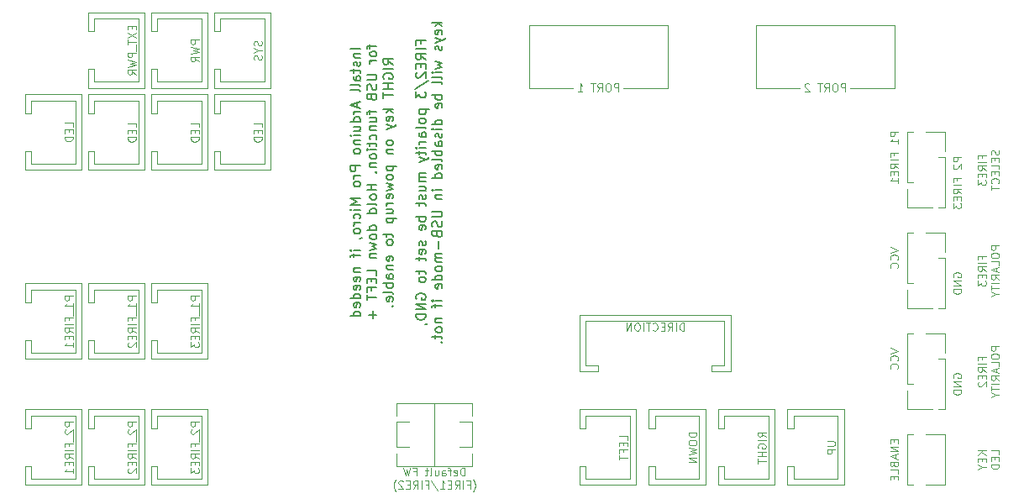
<source format=gbo>
G04 #@! TF.GenerationSoftware,KiCad,Pcbnew,(5.1.8)-1*
G04 #@! TF.CreationDate,2021-01-30T00:00:37+01:00*
G04 #@! TF.ProjectId,C64 Arcade,43363420-4172-4636-9164-652e6b696361,rev?*
G04 #@! TF.SameCoordinates,Original*
G04 #@! TF.FileFunction,Legend,Bot*
G04 #@! TF.FilePolarity,Positive*
%FSLAX46Y46*%
G04 Gerber Fmt 4.6, Leading zero omitted, Abs format (unit mm)*
G04 Created by KiCad (PCBNEW (5.1.8)-1) date 2021-01-30 00:00:37*
%MOMM*%
%LPD*%
G01*
G04 APERTURE LIST*
%ADD10C,0.100000*%
%ADD11C,0.120000*%
%ADD12C,0.150000*%
G04 APERTURE END LIST*
D10*
X159746904Y-111768571D02*
X158946904Y-111768571D01*
X158946904Y-112073333D01*
X158985000Y-112149523D01*
X159023095Y-112187619D01*
X159099285Y-112225714D01*
X159213571Y-112225714D01*
X159289761Y-112187619D01*
X159327857Y-112149523D01*
X159365952Y-112073333D01*
X159365952Y-111768571D01*
X159746904Y-112987619D02*
X159746904Y-112530476D01*
X159746904Y-112759047D02*
X158946904Y-112759047D01*
X159061190Y-112682857D01*
X159137380Y-112606666D01*
X159175476Y-112530476D01*
X159823095Y-113140000D02*
X159823095Y-113749523D01*
X159327857Y-114206666D02*
X159327857Y-113940000D01*
X159746904Y-113940000D02*
X158946904Y-113940000D01*
X158946904Y-114320952D01*
X159746904Y-114625714D02*
X158946904Y-114625714D01*
X159746904Y-115463809D02*
X159365952Y-115197142D01*
X159746904Y-115006666D02*
X158946904Y-115006666D01*
X158946904Y-115311428D01*
X158985000Y-115387619D01*
X159023095Y-115425714D01*
X159099285Y-115463809D01*
X159213571Y-115463809D01*
X159289761Y-115425714D01*
X159327857Y-115387619D01*
X159365952Y-115311428D01*
X159365952Y-115006666D01*
X159327857Y-115806666D02*
X159327857Y-116073333D01*
X159746904Y-116187619D02*
X159746904Y-115806666D01*
X158946904Y-115806666D01*
X158946904Y-116187619D01*
X158946904Y-116454285D02*
X158946904Y-116949523D01*
X159251666Y-116682857D01*
X159251666Y-116797142D01*
X159289761Y-116873333D01*
X159327857Y-116911428D01*
X159404047Y-116949523D01*
X159594523Y-116949523D01*
X159670714Y-116911428D01*
X159708809Y-116873333D01*
X159746904Y-116797142D01*
X159746904Y-116568571D01*
X159708809Y-116492380D01*
X159670714Y-116454285D01*
D11*
X155575000Y-111125000D02*
X155575000Y-112395000D01*
X160020000Y-111125000D02*
X155575000Y-111125000D01*
X154940000Y-116205000D02*
X155575000Y-116205000D01*
X160655000Y-118110000D02*
X154940000Y-118110000D01*
X154940000Y-118110000D02*
X154940000Y-116205000D01*
X155575000Y-117475000D02*
X160020000Y-117475000D01*
X154940000Y-110490000D02*
X160655000Y-110490000D01*
X155575000Y-112395000D02*
X154940000Y-112395000D01*
X155575000Y-116205000D02*
X155575000Y-117475000D01*
X154940000Y-112395000D02*
X154940000Y-110490000D01*
X160655000Y-110490000D02*
X160655000Y-118110000D01*
X160020000Y-117475000D02*
X160020000Y-111125000D01*
D10*
X153396904Y-111768571D02*
X152596904Y-111768571D01*
X152596904Y-112073333D01*
X152635000Y-112149523D01*
X152673095Y-112187619D01*
X152749285Y-112225714D01*
X152863571Y-112225714D01*
X152939761Y-112187619D01*
X152977857Y-112149523D01*
X153015952Y-112073333D01*
X153015952Y-111768571D01*
X153396904Y-112987619D02*
X153396904Y-112530476D01*
X153396904Y-112759047D02*
X152596904Y-112759047D01*
X152711190Y-112682857D01*
X152787380Y-112606666D01*
X152825476Y-112530476D01*
X153473095Y-113140000D02*
X153473095Y-113749523D01*
X152977857Y-114206666D02*
X152977857Y-113940000D01*
X153396904Y-113940000D02*
X152596904Y-113940000D01*
X152596904Y-114320952D01*
X153396904Y-114625714D02*
X152596904Y-114625714D01*
X153396904Y-115463809D02*
X153015952Y-115197142D01*
X153396904Y-115006666D02*
X152596904Y-115006666D01*
X152596904Y-115311428D01*
X152635000Y-115387619D01*
X152673095Y-115425714D01*
X152749285Y-115463809D01*
X152863571Y-115463809D01*
X152939761Y-115425714D01*
X152977857Y-115387619D01*
X153015952Y-115311428D01*
X153015952Y-115006666D01*
X152977857Y-115806666D02*
X152977857Y-116073333D01*
X153396904Y-116187619D02*
X153396904Y-115806666D01*
X152596904Y-115806666D01*
X152596904Y-116187619D01*
X152673095Y-116492380D02*
X152635000Y-116530476D01*
X152596904Y-116606666D01*
X152596904Y-116797142D01*
X152635000Y-116873333D01*
X152673095Y-116911428D01*
X152749285Y-116949523D01*
X152825476Y-116949523D01*
X152939761Y-116911428D01*
X153396904Y-116454285D01*
X153396904Y-116949523D01*
D11*
X149225000Y-111125000D02*
X149225000Y-112395000D01*
X153670000Y-111125000D02*
X149225000Y-111125000D01*
X148590000Y-116205000D02*
X149225000Y-116205000D01*
X154305000Y-118110000D02*
X148590000Y-118110000D01*
X148590000Y-118110000D02*
X148590000Y-116205000D01*
X149225000Y-117475000D02*
X153670000Y-117475000D01*
X148590000Y-110490000D02*
X154305000Y-110490000D01*
X149225000Y-112395000D02*
X148590000Y-112395000D01*
X149225000Y-116205000D02*
X149225000Y-117475000D01*
X148590000Y-112395000D02*
X148590000Y-110490000D01*
X154305000Y-110490000D02*
X154305000Y-118110000D01*
X153670000Y-117475000D02*
X153670000Y-111125000D01*
D10*
X147046904Y-111768571D02*
X146246904Y-111768571D01*
X146246904Y-112073333D01*
X146285000Y-112149523D01*
X146323095Y-112187619D01*
X146399285Y-112225714D01*
X146513571Y-112225714D01*
X146589761Y-112187619D01*
X146627857Y-112149523D01*
X146665952Y-112073333D01*
X146665952Y-111768571D01*
X147046904Y-112987619D02*
X147046904Y-112530476D01*
X147046904Y-112759047D02*
X146246904Y-112759047D01*
X146361190Y-112682857D01*
X146437380Y-112606666D01*
X146475476Y-112530476D01*
X147123095Y-113140000D02*
X147123095Y-113749523D01*
X146627857Y-114206666D02*
X146627857Y-113940000D01*
X147046904Y-113940000D02*
X146246904Y-113940000D01*
X146246904Y-114320952D01*
X147046904Y-114625714D02*
X146246904Y-114625714D01*
X147046904Y-115463809D02*
X146665952Y-115197142D01*
X147046904Y-115006666D02*
X146246904Y-115006666D01*
X146246904Y-115311428D01*
X146285000Y-115387619D01*
X146323095Y-115425714D01*
X146399285Y-115463809D01*
X146513571Y-115463809D01*
X146589761Y-115425714D01*
X146627857Y-115387619D01*
X146665952Y-115311428D01*
X146665952Y-115006666D01*
X146627857Y-115806666D02*
X146627857Y-116073333D01*
X147046904Y-116187619D02*
X147046904Y-115806666D01*
X146246904Y-115806666D01*
X146246904Y-116187619D01*
X147046904Y-116949523D02*
X147046904Y-116492380D01*
X147046904Y-116720952D02*
X146246904Y-116720952D01*
X146361190Y-116644761D01*
X146437380Y-116568571D01*
X146475476Y-116492380D01*
D11*
X142875000Y-111125000D02*
X142875000Y-112395000D01*
X147320000Y-111125000D02*
X142875000Y-111125000D01*
X142240000Y-116205000D02*
X142875000Y-116205000D01*
X147955000Y-118110000D02*
X142240000Y-118110000D01*
X142240000Y-118110000D02*
X142240000Y-116205000D01*
X142875000Y-117475000D02*
X147320000Y-117475000D01*
X142240000Y-110490000D02*
X147955000Y-110490000D01*
X142875000Y-112395000D02*
X142240000Y-112395000D01*
X142875000Y-116205000D02*
X142875000Y-117475000D01*
X142240000Y-112395000D02*
X142240000Y-110490000D01*
X147955000Y-110490000D02*
X147955000Y-118110000D01*
X147320000Y-117475000D02*
X147320000Y-111125000D01*
D10*
X166058809Y-86082619D02*
X166096904Y-86196904D01*
X166096904Y-86387380D01*
X166058809Y-86463571D01*
X166020714Y-86501666D01*
X165944523Y-86539761D01*
X165868333Y-86539761D01*
X165792142Y-86501666D01*
X165754047Y-86463571D01*
X165715952Y-86387380D01*
X165677857Y-86235000D01*
X165639761Y-86158809D01*
X165601666Y-86120714D01*
X165525476Y-86082619D01*
X165449285Y-86082619D01*
X165373095Y-86120714D01*
X165335000Y-86158809D01*
X165296904Y-86235000D01*
X165296904Y-86425476D01*
X165335000Y-86539761D01*
X165715952Y-87035000D02*
X166096904Y-87035000D01*
X165296904Y-86768333D02*
X165715952Y-87035000D01*
X165296904Y-87301666D01*
X166058809Y-87530238D02*
X166096904Y-87644523D01*
X166096904Y-87835000D01*
X166058809Y-87911190D01*
X166020714Y-87949285D01*
X165944523Y-87987380D01*
X165868333Y-87987380D01*
X165792142Y-87949285D01*
X165754047Y-87911190D01*
X165715952Y-87835000D01*
X165677857Y-87682619D01*
X165639761Y-87606428D01*
X165601666Y-87568333D01*
X165525476Y-87530238D01*
X165449285Y-87530238D01*
X165373095Y-87568333D01*
X165335000Y-87606428D01*
X165296904Y-87682619D01*
X165296904Y-87873095D01*
X165335000Y-87987380D01*
X159746904Y-85968333D02*
X158946904Y-85968333D01*
X158946904Y-86273095D01*
X158985000Y-86349285D01*
X159023095Y-86387380D01*
X159099285Y-86425476D01*
X159213571Y-86425476D01*
X159289761Y-86387380D01*
X159327857Y-86349285D01*
X159365952Y-86273095D01*
X159365952Y-85968333D01*
X158946904Y-86692142D02*
X159746904Y-86882619D01*
X159175476Y-87035000D01*
X159746904Y-87187380D01*
X158946904Y-87377857D01*
X159746904Y-88139761D02*
X159365952Y-87873095D01*
X159746904Y-87682619D02*
X158946904Y-87682619D01*
X158946904Y-87987380D01*
X158985000Y-88063571D01*
X159023095Y-88101666D01*
X159099285Y-88139761D01*
X159213571Y-88139761D01*
X159289761Y-88101666D01*
X159327857Y-88063571D01*
X159365952Y-87987380D01*
X159365952Y-87682619D01*
X208675238Y-115296904D02*
X208675238Y-114496904D01*
X208484761Y-114496904D01*
X208370476Y-114535000D01*
X208294285Y-114611190D01*
X208256190Y-114687380D01*
X208218095Y-114839761D01*
X208218095Y-114954047D01*
X208256190Y-115106428D01*
X208294285Y-115182619D01*
X208370476Y-115258809D01*
X208484761Y-115296904D01*
X208675238Y-115296904D01*
X207875238Y-115296904D02*
X207875238Y-114496904D01*
X207037142Y-115296904D02*
X207303809Y-114915952D01*
X207494285Y-115296904D02*
X207494285Y-114496904D01*
X207189523Y-114496904D01*
X207113333Y-114535000D01*
X207075238Y-114573095D01*
X207037142Y-114649285D01*
X207037142Y-114763571D01*
X207075238Y-114839761D01*
X207113333Y-114877857D01*
X207189523Y-114915952D01*
X207494285Y-114915952D01*
X206694285Y-114877857D02*
X206427619Y-114877857D01*
X206313333Y-115296904D02*
X206694285Y-115296904D01*
X206694285Y-114496904D01*
X206313333Y-114496904D01*
X205513333Y-115220714D02*
X205551428Y-115258809D01*
X205665714Y-115296904D01*
X205741904Y-115296904D01*
X205856190Y-115258809D01*
X205932380Y-115182619D01*
X205970476Y-115106428D01*
X206008571Y-114954047D01*
X206008571Y-114839761D01*
X205970476Y-114687380D01*
X205932380Y-114611190D01*
X205856190Y-114535000D01*
X205741904Y-114496904D01*
X205665714Y-114496904D01*
X205551428Y-114535000D01*
X205513333Y-114573095D01*
X205284761Y-114496904D02*
X204827619Y-114496904D01*
X205056190Y-115296904D02*
X205056190Y-114496904D01*
X204560952Y-115296904D02*
X204560952Y-114496904D01*
X204027619Y-114496904D02*
X203875238Y-114496904D01*
X203799047Y-114535000D01*
X203722857Y-114611190D01*
X203684761Y-114763571D01*
X203684761Y-115030238D01*
X203722857Y-115182619D01*
X203799047Y-115258809D01*
X203875238Y-115296904D01*
X204027619Y-115296904D01*
X204103809Y-115258809D01*
X204180000Y-115182619D01*
X204218095Y-115030238D01*
X204218095Y-114763571D01*
X204180000Y-114611190D01*
X204103809Y-114535000D01*
X204027619Y-114496904D01*
X203341904Y-115296904D02*
X203341904Y-114496904D01*
X202884761Y-115296904D01*
X202884761Y-114496904D01*
X223081904Y-126411428D02*
X223729523Y-126411428D01*
X223805714Y-126449523D01*
X223843809Y-126487619D01*
X223881904Y-126563809D01*
X223881904Y-126716190D01*
X223843809Y-126792380D01*
X223805714Y-126830476D01*
X223729523Y-126868571D01*
X223081904Y-126868571D01*
X223881904Y-127249523D02*
X223081904Y-127249523D01*
X223081904Y-127554285D01*
X223120000Y-127630476D01*
X223158095Y-127668571D01*
X223234285Y-127706666D01*
X223348571Y-127706666D01*
X223424761Y-127668571D01*
X223462857Y-127630476D01*
X223500952Y-127554285D01*
X223500952Y-127249523D01*
X216896904Y-125973333D02*
X216515952Y-125706666D01*
X216896904Y-125516190D02*
X216096904Y-125516190D01*
X216096904Y-125820952D01*
X216135000Y-125897142D01*
X216173095Y-125935238D01*
X216249285Y-125973333D01*
X216363571Y-125973333D01*
X216439761Y-125935238D01*
X216477857Y-125897142D01*
X216515952Y-125820952D01*
X216515952Y-125516190D01*
X216896904Y-126316190D02*
X216096904Y-126316190D01*
X216135000Y-127116190D02*
X216096904Y-127040000D01*
X216096904Y-126925714D01*
X216135000Y-126811428D01*
X216211190Y-126735238D01*
X216287380Y-126697142D01*
X216439761Y-126659047D01*
X216554047Y-126659047D01*
X216706428Y-126697142D01*
X216782619Y-126735238D01*
X216858809Y-126811428D01*
X216896904Y-126925714D01*
X216896904Y-127001904D01*
X216858809Y-127116190D01*
X216820714Y-127154285D01*
X216554047Y-127154285D01*
X216554047Y-127001904D01*
X216896904Y-127497142D02*
X216096904Y-127497142D01*
X216477857Y-127497142D02*
X216477857Y-127954285D01*
X216896904Y-127954285D02*
X216096904Y-127954285D01*
X216096904Y-128220952D02*
X216096904Y-128678095D01*
X216896904Y-128449523D02*
X216096904Y-128449523D01*
X209911904Y-125535238D02*
X209111904Y-125535238D01*
X209111904Y-125725714D01*
X209150000Y-125840000D01*
X209226190Y-125916190D01*
X209302380Y-125954285D01*
X209454761Y-125992380D01*
X209569047Y-125992380D01*
X209721428Y-125954285D01*
X209797619Y-125916190D01*
X209873809Y-125840000D01*
X209911904Y-125725714D01*
X209911904Y-125535238D01*
X209111904Y-126487619D02*
X209111904Y-126640000D01*
X209150000Y-126716190D01*
X209226190Y-126792380D01*
X209378571Y-126830476D01*
X209645238Y-126830476D01*
X209797619Y-126792380D01*
X209873809Y-126716190D01*
X209911904Y-126640000D01*
X209911904Y-126487619D01*
X209873809Y-126411428D01*
X209797619Y-126335238D01*
X209645238Y-126297142D01*
X209378571Y-126297142D01*
X209226190Y-126335238D01*
X209150000Y-126411428D01*
X209111904Y-126487619D01*
X209111904Y-127097142D02*
X209911904Y-127287619D01*
X209340476Y-127440000D01*
X209911904Y-127592380D01*
X209111904Y-127782857D01*
X209911904Y-128087619D02*
X209111904Y-128087619D01*
X209911904Y-128544761D01*
X209111904Y-128544761D01*
X202926904Y-126278095D02*
X202926904Y-125897142D01*
X202126904Y-125897142D01*
X202507857Y-126544761D02*
X202507857Y-126811428D01*
X202926904Y-126925714D02*
X202926904Y-126544761D01*
X202126904Y-126544761D01*
X202126904Y-126925714D01*
X202507857Y-127535238D02*
X202507857Y-127268571D01*
X202926904Y-127268571D02*
X202126904Y-127268571D01*
X202126904Y-127649523D01*
X202126904Y-127840000D02*
X202126904Y-128297142D01*
X202926904Y-128068571D02*
X202126904Y-128068571D01*
X159746904Y-124468571D02*
X158946904Y-124468571D01*
X158946904Y-124773333D01*
X158985000Y-124849523D01*
X159023095Y-124887619D01*
X159099285Y-124925714D01*
X159213571Y-124925714D01*
X159289761Y-124887619D01*
X159327857Y-124849523D01*
X159365952Y-124773333D01*
X159365952Y-124468571D01*
X159023095Y-125230476D02*
X158985000Y-125268571D01*
X158946904Y-125344761D01*
X158946904Y-125535238D01*
X158985000Y-125611428D01*
X159023095Y-125649523D01*
X159099285Y-125687619D01*
X159175476Y-125687619D01*
X159289761Y-125649523D01*
X159746904Y-125192380D01*
X159746904Y-125687619D01*
X159823095Y-125840000D02*
X159823095Y-126449523D01*
X159327857Y-126906666D02*
X159327857Y-126640000D01*
X159746904Y-126640000D02*
X158946904Y-126640000D01*
X158946904Y-127020952D01*
X159746904Y-127325714D02*
X158946904Y-127325714D01*
X159746904Y-128163809D02*
X159365952Y-127897142D01*
X159746904Y-127706666D02*
X158946904Y-127706666D01*
X158946904Y-128011428D01*
X158985000Y-128087619D01*
X159023095Y-128125714D01*
X159099285Y-128163809D01*
X159213571Y-128163809D01*
X159289761Y-128125714D01*
X159327857Y-128087619D01*
X159365952Y-128011428D01*
X159365952Y-127706666D01*
X159327857Y-128506666D02*
X159327857Y-128773333D01*
X159746904Y-128887619D02*
X159746904Y-128506666D01*
X158946904Y-128506666D01*
X158946904Y-128887619D01*
X158946904Y-129154285D02*
X158946904Y-129649523D01*
X159251666Y-129382857D01*
X159251666Y-129497142D01*
X159289761Y-129573333D01*
X159327857Y-129611428D01*
X159404047Y-129649523D01*
X159594523Y-129649523D01*
X159670714Y-129611428D01*
X159708809Y-129573333D01*
X159746904Y-129497142D01*
X159746904Y-129268571D01*
X159708809Y-129192380D01*
X159670714Y-129154285D01*
X153396904Y-124468571D02*
X152596904Y-124468571D01*
X152596904Y-124773333D01*
X152635000Y-124849523D01*
X152673095Y-124887619D01*
X152749285Y-124925714D01*
X152863571Y-124925714D01*
X152939761Y-124887619D01*
X152977857Y-124849523D01*
X153015952Y-124773333D01*
X153015952Y-124468571D01*
X152673095Y-125230476D02*
X152635000Y-125268571D01*
X152596904Y-125344761D01*
X152596904Y-125535238D01*
X152635000Y-125611428D01*
X152673095Y-125649523D01*
X152749285Y-125687619D01*
X152825476Y-125687619D01*
X152939761Y-125649523D01*
X153396904Y-125192380D01*
X153396904Y-125687619D01*
X153473095Y-125840000D02*
X153473095Y-126449523D01*
X152977857Y-126906666D02*
X152977857Y-126640000D01*
X153396904Y-126640000D02*
X152596904Y-126640000D01*
X152596904Y-127020952D01*
X153396904Y-127325714D02*
X152596904Y-127325714D01*
X153396904Y-128163809D02*
X153015952Y-127897142D01*
X153396904Y-127706666D02*
X152596904Y-127706666D01*
X152596904Y-128011428D01*
X152635000Y-128087619D01*
X152673095Y-128125714D01*
X152749285Y-128163809D01*
X152863571Y-128163809D01*
X152939761Y-128125714D01*
X152977857Y-128087619D01*
X153015952Y-128011428D01*
X153015952Y-127706666D01*
X152977857Y-128506666D02*
X152977857Y-128773333D01*
X153396904Y-128887619D02*
X153396904Y-128506666D01*
X152596904Y-128506666D01*
X152596904Y-128887619D01*
X152673095Y-129192380D02*
X152635000Y-129230476D01*
X152596904Y-129306666D01*
X152596904Y-129497142D01*
X152635000Y-129573333D01*
X152673095Y-129611428D01*
X152749285Y-129649523D01*
X152825476Y-129649523D01*
X152939761Y-129611428D01*
X153396904Y-129154285D01*
X153396904Y-129649523D01*
X147046904Y-124468571D02*
X146246904Y-124468571D01*
X146246904Y-124773333D01*
X146285000Y-124849523D01*
X146323095Y-124887619D01*
X146399285Y-124925714D01*
X146513571Y-124925714D01*
X146589761Y-124887619D01*
X146627857Y-124849523D01*
X146665952Y-124773333D01*
X146665952Y-124468571D01*
X146323095Y-125230476D02*
X146285000Y-125268571D01*
X146246904Y-125344761D01*
X146246904Y-125535238D01*
X146285000Y-125611428D01*
X146323095Y-125649523D01*
X146399285Y-125687619D01*
X146475476Y-125687619D01*
X146589761Y-125649523D01*
X147046904Y-125192380D01*
X147046904Y-125687619D01*
X147123095Y-125840000D02*
X147123095Y-126449523D01*
X146627857Y-126906666D02*
X146627857Y-126640000D01*
X147046904Y-126640000D02*
X146246904Y-126640000D01*
X146246904Y-127020952D01*
X147046904Y-127325714D02*
X146246904Y-127325714D01*
X147046904Y-128163809D02*
X146665952Y-127897142D01*
X147046904Y-127706666D02*
X146246904Y-127706666D01*
X146246904Y-128011428D01*
X146285000Y-128087619D01*
X146323095Y-128125714D01*
X146399285Y-128163809D01*
X146513571Y-128163809D01*
X146589761Y-128125714D01*
X146627857Y-128087619D01*
X146665952Y-128011428D01*
X146665952Y-127706666D01*
X146627857Y-128506666D02*
X146627857Y-128773333D01*
X147046904Y-128887619D02*
X147046904Y-128506666D01*
X146246904Y-128506666D01*
X146246904Y-128887619D01*
X147046904Y-129649523D02*
X147046904Y-129192380D01*
X147046904Y-129420952D02*
X146246904Y-129420952D01*
X146361190Y-129344761D01*
X146437380Y-129268571D01*
X146475476Y-129192380D01*
X166096904Y-94775714D02*
X166096904Y-94394761D01*
X165296904Y-94394761D01*
X165677857Y-95042380D02*
X165677857Y-95309047D01*
X166096904Y-95423333D02*
X166096904Y-95042380D01*
X165296904Y-95042380D01*
X165296904Y-95423333D01*
X166096904Y-95766190D02*
X165296904Y-95766190D01*
X165296904Y-95956666D01*
X165335000Y-96070952D01*
X165411190Y-96147142D01*
X165487380Y-96185238D01*
X165639761Y-96223333D01*
X165754047Y-96223333D01*
X165906428Y-96185238D01*
X165982619Y-96147142D01*
X166058809Y-96070952D01*
X166096904Y-95956666D01*
X166096904Y-95766190D01*
X159746904Y-94775714D02*
X159746904Y-94394761D01*
X158946904Y-94394761D01*
X159327857Y-95042380D02*
X159327857Y-95309047D01*
X159746904Y-95423333D02*
X159746904Y-95042380D01*
X158946904Y-95042380D01*
X158946904Y-95423333D01*
X159746904Y-95766190D02*
X158946904Y-95766190D01*
X158946904Y-95956666D01*
X158985000Y-96070952D01*
X159061190Y-96147142D01*
X159137380Y-96185238D01*
X159289761Y-96223333D01*
X159404047Y-96223333D01*
X159556428Y-96185238D01*
X159632619Y-96147142D01*
X159708809Y-96070952D01*
X159746904Y-95956666D01*
X159746904Y-95766190D01*
X153396904Y-94775714D02*
X153396904Y-94394761D01*
X152596904Y-94394761D01*
X152977857Y-95042380D02*
X152977857Y-95309047D01*
X153396904Y-95423333D02*
X153396904Y-95042380D01*
X152596904Y-95042380D01*
X152596904Y-95423333D01*
X153396904Y-95766190D02*
X152596904Y-95766190D01*
X152596904Y-95956666D01*
X152635000Y-96070952D01*
X152711190Y-96147142D01*
X152787380Y-96185238D01*
X152939761Y-96223333D01*
X153054047Y-96223333D01*
X153206428Y-96185238D01*
X153282619Y-96147142D01*
X153358809Y-96070952D01*
X153396904Y-95956666D01*
X153396904Y-95766190D01*
X147046904Y-94735714D02*
X147046904Y-94354761D01*
X146246904Y-94354761D01*
X146627857Y-95002380D02*
X146627857Y-95269047D01*
X147046904Y-95383333D02*
X147046904Y-95002380D01*
X146246904Y-95002380D01*
X146246904Y-95383333D01*
X147046904Y-95726190D02*
X146246904Y-95726190D01*
X146246904Y-95916666D01*
X146285000Y-96030952D01*
X146361190Y-96107142D01*
X146437380Y-96145238D01*
X146589761Y-96183333D01*
X146704047Y-96183333D01*
X146856428Y-96145238D01*
X146932619Y-96107142D01*
X147008809Y-96030952D01*
X147046904Y-95916666D01*
X147046904Y-95726190D01*
D11*
X198755000Y-118745000D02*
X200025000Y-118745000D01*
X198755000Y-114300000D02*
X198755000Y-118745000D01*
X213360000Y-119380000D02*
X211455000Y-119380000D01*
X213360000Y-113665000D02*
X213360000Y-119380000D01*
X211455000Y-119380000D02*
X211455000Y-118745000D01*
X198120000Y-113665000D02*
X213360000Y-113665000D01*
X212725000Y-118745000D02*
X212725000Y-114300000D01*
X211455000Y-118745000D02*
X212725000Y-118745000D01*
X198120000Y-119380000D02*
X198120000Y-113665000D01*
X200025000Y-119380000D02*
X198120000Y-119380000D01*
X212725000Y-114300000D02*
X198755000Y-114300000D01*
X200025000Y-118745000D02*
X200025000Y-119380000D01*
X219710000Y-123825000D02*
X219710000Y-125095000D01*
X224155000Y-123825000D02*
X219710000Y-123825000D01*
X219075000Y-130810000D02*
X219075000Y-128905000D01*
X224790000Y-130810000D02*
X219075000Y-130810000D01*
X219075000Y-128905000D02*
X219710000Y-128905000D01*
X224790000Y-123190000D02*
X224790000Y-130810000D01*
X219710000Y-130175000D02*
X224155000Y-130175000D01*
X219710000Y-128905000D02*
X219710000Y-130175000D01*
X219075000Y-123190000D02*
X224790000Y-123190000D01*
X219075000Y-125095000D02*
X219075000Y-123190000D01*
X224155000Y-130175000D02*
X224155000Y-123825000D01*
X219710000Y-125095000D02*
X219075000Y-125095000D01*
X212725000Y-123825000D02*
X212725000Y-125095000D01*
X217170000Y-123825000D02*
X212725000Y-123825000D01*
X212090000Y-130810000D02*
X212090000Y-128905000D01*
X217805000Y-130810000D02*
X212090000Y-130810000D01*
X212090000Y-128905000D02*
X212725000Y-128905000D01*
X217805000Y-123190000D02*
X217805000Y-130810000D01*
X212725000Y-130175000D02*
X217170000Y-130175000D01*
X212725000Y-128905000D02*
X212725000Y-130175000D01*
X212090000Y-123190000D02*
X217805000Y-123190000D01*
X212090000Y-125095000D02*
X212090000Y-123190000D01*
X217170000Y-130175000D02*
X217170000Y-123825000D01*
X212725000Y-125095000D02*
X212090000Y-125095000D01*
X205740000Y-123825000D02*
X205740000Y-125095000D01*
X210185000Y-123825000D02*
X205740000Y-123825000D01*
X205105000Y-130810000D02*
X205105000Y-128905000D01*
X210820000Y-130810000D02*
X205105000Y-130810000D01*
X205105000Y-128905000D02*
X205740000Y-128905000D01*
X210820000Y-123190000D02*
X210820000Y-130810000D01*
X205740000Y-130175000D02*
X210185000Y-130175000D01*
X205740000Y-128905000D02*
X205740000Y-130175000D01*
X205105000Y-123190000D02*
X210820000Y-123190000D01*
X205105000Y-125095000D02*
X205105000Y-123190000D01*
X210185000Y-130175000D02*
X210185000Y-123825000D01*
X205740000Y-125095000D02*
X205105000Y-125095000D01*
X198755000Y-123825000D02*
X198755000Y-125095000D01*
X203200000Y-123825000D02*
X198755000Y-123825000D01*
X198120000Y-130810000D02*
X198120000Y-128905000D01*
X203835000Y-130810000D02*
X198120000Y-130810000D01*
X198120000Y-128905000D02*
X198755000Y-128905000D01*
X203835000Y-123190000D02*
X203835000Y-130810000D01*
X198755000Y-130175000D02*
X203200000Y-130175000D01*
X198755000Y-128905000D02*
X198755000Y-130175000D01*
X198120000Y-123190000D02*
X203835000Y-123190000D01*
X198120000Y-125095000D02*
X198120000Y-123190000D01*
X203200000Y-130175000D02*
X203200000Y-123825000D01*
X198755000Y-125095000D02*
X198120000Y-125095000D01*
X155575000Y-123825000D02*
X155575000Y-125095000D01*
X160020000Y-123825000D02*
X155575000Y-123825000D01*
X154940000Y-130810000D02*
X154940000Y-128905000D01*
X160655000Y-130810000D02*
X154940000Y-130810000D01*
X154940000Y-128905000D02*
X155575000Y-128905000D01*
X160655000Y-123190000D02*
X160655000Y-130810000D01*
X155575000Y-130175000D02*
X160020000Y-130175000D01*
X155575000Y-128905000D02*
X155575000Y-130175000D01*
X154940000Y-123190000D02*
X160655000Y-123190000D01*
X154940000Y-125095000D02*
X154940000Y-123190000D01*
X160020000Y-130175000D02*
X160020000Y-123825000D01*
X155575000Y-125095000D02*
X154940000Y-125095000D01*
X149225000Y-123825000D02*
X149225000Y-125095000D01*
X153670000Y-123825000D02*
X149225000Y-123825000D01*
X148590000Y-130810000D02*
X148590000Y-128905000D01*
X154305000Y-130810000D02*
X148590000Y-130810000D01*
X148590000Y-128905000D02*
X149225000Y-128905000D01*
X154305000Y-123190000D02*
X154305000Y-130810000D01*
X149225000Y-130175000D02*
X153670000Y-130175000D01*
X149225000Y-128905000D02*
X149225000Y-130175000D01*
X148590000Y-123190000D02*
X154305000Y-123190000D01*
X148590000Y-125095000D02*
X148590000Y-123190000D01*
X153670000Y-130175000D02*
X153670000Y-123825000D01*
X149225000Y-125095000D02*
X148590000Y-125095000D01*
X142875000Y-123825000D02*
X142875000Y-125095000D01*
X147320000Y-123825000D02*
X142875000Y-123825000D01*
X142240000Y-130810000D02*
X142240000Y-128905000D01*
X147955000Y-130810000D02*
X142240000Y-130810000D01*
X142240000Y-128905000D02*
X142875000Y-128905000D01*
X147955000Y-123190000D02*
X147955000Y-130810000D01*
X142875000Y-130175000D02*
X147320000Y-130175000D01*
X142875000Y-128905000D02*
X142875000Y-130175000D01*
X142240000Y-123190000D02*
X147955000Y-123190000D01*
X142240000Y-125095000D02*
X142240000Y-123190000D01*
X147320000Y-130175000D02*
X147320000Y-123825000D01*
X142875000Y-125095000D02*
X142240000Y-125095000D01*
X161925000Y-92075000D02*
X161925000Y-93345000D01*
X166370000Y-92075000D02*
X161925000Y-92075000D01*
X161290000Y-99060000D02*
X161290000Y-97155000D01*
X167005000Y-99060000D02*
X161290000Y-99060000D01*
X161290000Y-97155000D02*
X161925000Y-97155000D01*
X167005000Y-91440000D02*
X167005000Y-99060000D01*
X161925000Y-98425000D02*
X166370000Y-98425000D01*
X161925000Y-97155000D02*
X161925000Y-98425000D01*
X161290000Y-91440000D02*
X167005000Y-91440000D01*
X161290000Y-93345000D02*
X161290000Y-91440000D01*
X166370000Y-98425000D02*
X166370000Y-92075000D01*
X161925000Y-93345000D02*
X161290000Y-93345000D01*
X155575000Y-92075000D02*
X155575000Y-93345000D01*
X160020000Y-92075000D02*
X155575000Y-92075000D01*
X154940000Y-99060000D02*
X154940000Y-97155000D01*
X160655000Y-99060000D02*
X154940000Y-99060000D01*
X154940000Y-97155000D02*
X155575000Y-97155000D01*
X160655000Y-91440000D02*
X160655000Y-99060000D01*
X155575000Y-98425000D02*
X160020000Y-98425000D01*
X155575000Y-97155000D02*
X155575000Y-98425000D01*
X154940000Y-91440000D02*
X160655000Y-91440000D01*
X154940000Y-93345000D02*
X154940000Y-91440000D01*
X160020000Y-98425000D02*
X160020000Y-92075000D01*
X155575000Y-93345000D02*
X154940000Y-93345000D01*
X149225000Y-92075000D02*
X149225000Y-93345000D01*
X153670000Y-92075000D02*
X149225000Y-92075000D01*
X148590000Y-99060000D02*
X148590000Y-97155000D01*
X154305000Y-99060000D02*
X148590000Y-99060000D01*
X148590000Y-97155000D02*
X149225000Y-97155000D01*
X154305000Y-91440000D02*
X154305000Y-99060000D01*
X149225000Y-98425000D02*
X153670000Y-98425000D01*
X149225000Y-97155000D02*
X149225000Y-98425000D01*
X148590000Y-91440000D02*
X154305000Y-91440000D01*
X148590000Y-93345000D02*
X148590000Y-91440000D01*
X153670000Y-98425000D02*
X153670000Y-92075000D01*
X149225000Y-93345000D02*
X148590000Y-93345000D01*
X142875000Y-92075000D02*
X142875000Y-93345000D01*
X147320000Y-92075000D02*
X142875000Y-92075000D01*
X142240000Y-99060000D02*
X142240000Y-97155000D01*
X147955000Y-99060000D02*
X142240000Y-99060000D01*
X142240000Y-97155000D02*
X142875000Y-97155000D01*
X147955000Y-91440000D02*
X147955000Y-99060000D01*
X142875000Y-98425000D02*
X147320000Y-98425000D01*
X142875000Y-97155000D02*
X142875000Y-98425000D01*
X142240000Y-91440000D02*
X147955000Y-91440000D01*
X142240000Y-93345000D02*
X142240000Y-91440000D01*
X147320000Y-98425000D02*
X147320000Y-92075000D01*
X142875000Y-93345000D02*
X142240000Y-93345000D01*
X161925000Y-83820000D02*
X161925000Y-85090000D01*
X166370000Y-83820000D02*
X161925000Y-83820000D01*
X161290000Y-90805000D02*
X161290000Y-88900000D01*
X167005000Y-90805000D02*
X161290000Y-90805000D01*
X161290000Y-88900000D02*
X161925000Y-88900000D01*
X167005000Y-83185000D02*
X167005000Y-90805000D01*
X161925000Y-90170000D02*
X166370000Y-90170000D01*
X161925000Y-88900000D02*
X161925000Y-90170000D01*
X161290000Y-83185000D02*
X167005000Y-83185000D01*
X161290000Y-85090000D02*
X161290000Y-83185000D01*
X166370000Y-90170000D02*
X166370000Y-83820000D01*
X161925000Y-85090000D02*
X161290000Y-85090000D01*
X155575000Y-83820000D02*
X155575000Y-85090000D01*
X160020000Y-83820000D02*
X155575000Y-83820000D01*
X154940000Y-90805000D02*
X154940000Y-88900000D01*
X160655000Y-90805000D02*
X154940000Y-90805000D01*
X154940000Y-88900000D02*
X155575000Y-88900000D01*
X160655000Y-83185000D02*
X160655000Y-90805000D01*
X155575000Y-90170000D02*
X160020000Y-90170000D01*
X155575000Y-88900000D02*
X155575000Y-90170000D01*
X154940000Y-83185000D02*
X160655000Y-83185000D01*
X154940000Y-85090000D02*
X154940000Y-83185000D01*
X160020000Y-90170000D02*
X160020000Y-83820000D01*
X155575000Y-85090000D02*
X154940000Y-85090000D01*
X154305000Y-90805000D02*
X148590000Y-90805000D01*
X154305000Y-83185000D02*
X154305000Y-90805000D01*
X148590000Y-83185000D02*
X154305000Y-83185000D01*
X148590000Y-85090000D02*
X148590000Y-83185000D01*
X149225000Y-85090000D02*
X148590000Y-85090000D01*
X149225000Y-83820000D02*
X149225000Y-85090000D01*
X153670000Y-83820000D02*
X149225000Y-83820000D01*
X153670000Y-90170000D02*
X153670000Y-83820000D01*
X149225000Y-90170000D02*
X153670000Y-90170000D01*
X149225000Y-88900000D02*
X149225000Y-90170000D01*
X148590000Y-88900000D02*
X149225000Y-88900000D01*
X148590000Y-90805000D02*
X148590000Y-88900000D01*
X234950000Y-130810000D02*
X233045000Y-130810000D01*
X234950000Y-125730000D02*
X233045000Y-125730000D01*
D10*
X229812857Y-126250952D02*
X229812857Y-126517619D01*
X230231904Y-126631904D02*
X230231904Y-126250952D01*
X229431904Y-126250952D01*
X229431904Y-126631904D01*
X230231904Y-126974761D02*
X229431904Y-126974761D01*
X230231904Y-127431904D01*
X229431904Y-127431904D01*
X230003333Y-127774761D02*
X230003333Y-128155714D01*
X230231904Y-127698571D02*
X229431904Y-127965238D01*
X230231904Y-128231904D01*
X229812857Y-128765238D02*
X229850952Y-128879523D01*
X229889047Y-128917619D01*
X229965238Y-128955714D01*
X230079523Y-128955714D01*
X230155714Y-128917619D01*
X230193809Y-128879523D01*
X230231904Y-128803333D01*
X230231904Y-128498571D01*
X229431904Y-128498571D01*
X229431904Y-128765238D01*
X229470000Y-128841428D01*
X229508095Y-128879523D01*
X229584285Y-128917619D01*
X229660476Y-128917619D01*
X229736666Y-128879523D01*
X229774761Y-128841428D01*
X229812857Y-128765238D01*
X229812857Y-128498571D01*
X230231904Y-129679523D02*
X230231904Y-129298571D01*
X229431904Y-129298571D01*
X229812857Y-129946190D02*
X229812857Y-130212857D01*
X230231904Y-130327142D02*
X230231904Y-129946190D01*
X229431904Y-129946190D01*
X229431904Y-130327142D01*
X239106904Y-127355714D02*
X238306904Y-127355714D01*
X239106904Y-127812857D02*
X238649761Y-127470000D01*
X238306904Y-127812857D02*
X238764047Y-127355714D01*
X238687857Y-128155714D02*
X238687857Y-128422380D01*
X239106904Y-128536666D02*
X239106904Y-128155714D01*
X238306904Y-128155714D01*
X238306904Y-128536666D01*
X238725952Y-129031904D02*
X239106904Y-129031904D01*
X238306904Y-128765238D02*
X238725952Y-129031904D01*
X238306904Y-129298571D01*
X240406904Y-127755714D02*
X240406904Y-127374761D01*
X239606904Y-127374761D01*
X239987857Y-128022380D02*
X239987857Y-128289047D01*
X240406904Y-128403333D02*
X240406904Y-128022380D01*
X239606904Y-128022380D01*
X239606904Y-128403333D01*
X240406904Y-128746190D02*
X239606904Y-128746190D01*
X239606904Y-128936666D01*
X239645000Y-129050952D01*
X239721190Y-129127142D01*
X239797380Y-129165238D01*
X239949761Y-129203333D01*
X240064047Y-129203333D01*
X240216428Y-129165238D01*
X240292619Y-129127142D01*
X240368809Y-129050952D01*
X240406904Y-128936666D01*
X240406904Y-128746190D01*
D11*
X231140000Y-130810000D02*
X231140000Y-125730000D01*
X231775000Y-130810000D02*
X231140000Y-130810000D01*
X234950000Y-125730000D02*
X234950000Y-130810000D01*
X231140000Y-125730000D02*
X231775000Y-125730000D01*
X179705000Y-128905000D02*
X183515000Y-128905000D01*
X179705000Y-127635000D02*
X179705000Y-128905000D01*
X179705000Y-127000000D02*
X180975000Y-127000000D01*
X179705000Y-124460000D02*
X179705000Y-127000000D01*
X179705000Y-124460000D02*
X180975000Y-124460000D01*
X179705000Y-122555000D02*
X179705000Y-123825000D01*
X183515000Y-122555000D02*
X179705000Y-122555000D01*
D12*
X176032380Y-86853809D02*
X175032380Y-86853809D01*
X175365714Y-87330000D02*
X176032380Y-87330000D01*
X175460952Y-87330000D02*
X175413333Y-87377619D01*
X175365714Y-87472857D01*
X175365714Y-87615714D01*
X175413333Y-87710952D01*
X175508571Y-87758571D01*
X176032380Y-87758571D01*
X175984761Y-88187142D02*
X176032380Y-88282380D01*
X176032380Y-88472857D01*
X175984761Y-88568095D01*
X175889523Y-88615714D01*
X175841904Y-88615714D01*
X175746666Y-88568095D01*
X175699047Y-88472857D01*
X175699047Y-88330000D01*
X175651428Y-88234761D01*
X175556190Y-88187142D01*
X175508571Y-88187142D01*
X175413333Y-88234761D01*
X175365714Y-88330000D01*
X175365714Y-88472857D01*
X175413333Y-88568095D01*
X175365714Y-88901428D02*
X175365714Y-89282380D01*
X175032380Y-89044285D02*
X175889523Y-89044285D01*
X175984761Y-89091904D01*
X176032380Y-89187142D01*
X176032380Y-89282380D01*
X176032380Y-90044285D02*
X175508571Y-90044285D01*
X175413333Y-89996666D01*
X175365714Y-89901428D01*
X175365714Y-89710952D01*
X175413333Y-89615714D01*
X175984761Y-90044285D02*
X176032380Y-89949047D01*
X176032380Y-89710952D01*
X175984761Y-89615714D01*
X175889523Y-89568095D01*
X175794285Y-89568095D01*
X175699047Y-89615714D01*
X175651428Y-89710952D01*
X175651428Y-89949047D01*
X175603809Y-90044285D01*
X176032380Y-90663333D02*
X175984761Y-90568095D01*
X175889523Y-90520476D01*
X175032380Y-90520476D01*
X176032380Y-91187142D02*
X175984761Y-91091904D01*
X175889523Y-91044285D01*
X175032380Y-91044285D01*
X175746666Y-92282380D02*
X175746666Y-92758571D01*
X176032380Y-92187142D02*
X175032380Y-92520476D01*
X176032380Y-92853809D01*
X176032380Y-93187142D02*
X175365714Y-93187142D01*
X175556190Y-93187142D02*
X175460952Y-93234761D01*
X175413333Y-93282380D01*
X175365714Y-93377619D01*
X175365714Y-93472857D01*
X176032380Y-94234761D02*
X175032380Y-94234761D01*
X175984761Y-94234761D02*
X176032380Y-94139523D01*
X176032380Y-93949047D01*
X175984761Y-93853809D01*
X175937142Y-93806190D01*
X175841904Y-93758571D01*
X175556190Y-93758571D01*
X175460952Y-93806190D01*
X175413333Y-93853809D01*
X175365714Y-93949047D01*
X175365714Y-94139523D01*
X175413333Y-94234761D01*
X175365714Y-95139523D02*
X176032380Y-95139523D01*
X175365714Y-94710952D02*
X175889523Y-94710952D01*
X175984761Y-94758571D01*
X176032380Y-94853809D01*
X176032380Y-94996666D01*
X175984761Y-95091904D01*
X175937142Y-95139523D01*
X176032380Y-95615714D02*
X175365714Y-95615714D01*
X175032380Y-95615714D02*
X175080000Y-95568095D01*
X175127619Y-95615714D01*
X175080000Y-95663333D01*
X175032380Y-95615714D01*
X175127619Y-95615714D01*
X175365714Y-96091904D02*
X176032380Y-96091904D01*
X175460952Y-96091904D02*
X175413333Y-96139523D01*
X175365714Y-96234761D01*
X175365714Y-96377619D01*
X175413333Y-96472857D01*
X175508571Y-96520476D01*
X176032380Y-96520476D01*
X176032380Y-97139523D02*
X175984761Y-97044285D01*
X175937142Y-96996666D01*
X175841904Y-96949047D01*
X175556190Y-96949047D01*
X175460952Y-96996666D01*
X175413333Y-97044285D01*
X175365714Y-97139523D01*
X175365714Y-97282380D01*
X175413333Y-97377619D01*
X175460952Y-97425238D01*
X175556190Y-97472857D01*
X175841904Y-97472857D01*
X175937142Y-97425238D01*
X175984761Y-97377619D01*
X176032380Y-97282380D01*
X176032380Y-97139523D01*
X176032380Y-98663333D02*
X175032380Y-98663333D01*
X175032380Y-99044285D01*
X175080000Y-99139523D01*
X175127619Y-99187142D01*
X175222857Y-99234761D01*
X175365714Y-99234761D01*
X175460952Y-99187142D01*
X175508571Y-99139523D01*
X175556190Y-99044285D01*
X175556190Y-98663333D01*
X176032380Y-99663333D02*
X175365714Y-99663333D01*
X175556190Y-99663333D02*
X175460952Y-99710952D01*
X175413333Y-99758571D01*
X175365714Y-99853809D01*
X175365714Y-99949047D01*
X176032380Y-100425238D02*
X175984761Y-100329999D01*
X175937142Y-100282380D01*
X175841904Y-100234761D01*
X175556190Y-100234761D01*
X175460952Y-100282380D01*
X175413333Y-100329999D01*
X175365714Y-100425238D01*
X175365714Y-100568095D01*
X175413333Y-100663333D01*
X175460952Y-100710952D01*
X175556190Y-100758571D01*
X175841904Y-100758571D01*
X175937142Y-100710952D01*
X175984761Y-100663333D01*
X176032380Y-100568095D01*
X176032380Y-100425238D01*
X176032380Y-101949047D02*
X175032380Y-101949047D01*
X175746666Y-102282380D01*
X175032380Y-102615714D01*
X176032380Y-102615714D01*
X176032380Y-103091904D02*
X175365714Y-103091904D01*
X175032380Y-103091904D02*
X175080000Y-103044285D01*
X175127619Y-103091904D01*
X175080000Y-103139523D01*
X175032380Y-103091904D01*
X175127619Y-103091904D01*
X175984761Y-103996666D02*
X176032380Y-103901428D01*
X176032380Y-103710952D01*
X175984761Y-103615714D01*
X175937142Y-103568095D01*
X175841904Y-103520476D01*
X175556190Y-103520476D01*
X175460952Y-103568095D01*
X175413333Y-103615714D01*
X175365714Y-103710952D01*
X175365714Y-103901428D01*
X175413333Y-103996666D01*
X176032380Y-104425238D02*
X175365714Y-104425238D01*
X175556190Y-104425238D02*
X175460952Y-104472857D01*
X175413333Y-104520476D01*
X175365714Y-104615714D01*
X175365714Y-104710952D01*
X176032380Y-105187142D02*
X175984761Y-105091904D01*
X175937142Y-105044285D01*
X175841904Y-104996666D01*
X175556190Y-104996666D01*
X175460952Y-105044285D01*
X175413333Y-105091904D01*
X175365714Y-105187142D01*
X175365714Y-105329999D01*
X175413333Y-105425238D01*
X175460952Y-105472857D01*
X175556190Y-105520476D01*
X175841904Y-105520476D01*
X175937142Y-105472857D01*
X175984761Y-105425238D01*
X176032380Y-105329999D01*
X176032380Y-105187142D01*
X175984761Y-105996666D02*
X176032380Y-105996666D01*
X176127619Y-105949047D01*
X176175238Y-105901428D01*
X176032380Y-107187142D02*
X175365714Y-107187142D01*
X175032380Y-107187142D02*
X175080000Y-107139523D01*
X175127619Y-107187142D01*
X175080000Y-107234761D01*
X175032380Y-107187142D01*
X175127619Y-107187142D01*
X175365714Y-107520476D02*
X175365714Y-107901428D01*
X176032380Y-107663333D02*
X175175238Y-107663333D01*
X175080000Y-107710952D01*
X175032380Y-107806190D01*
X175032380Y-107901428D01*
X175365714Y-108996666D02*
X176032380Y-108996666D01*
X175460952Y-108996666D02*
X175413333Y-109044285D01*
X175365714Y-109139523D01*
X175365714Y-109282380D01*
X175413333Y-109377619D01*
X175508571Y-109425238D01*
X176032380Y-109425238D01*
X175984761Y-110282380D02*
X176032380Y-110187142D01*
X176032380Y-109996666D01*
X175984761Y-109901428D01*
X175889523Y-109853809D01*
X175508571Y-109853809D01*
X175413333Y-109901428D01*
X175365714Y-109996666D01*
X175365714Y-110187142D01*
X175413333Y-110282380D01*
X175508571Y-110329999D01*
X175603809Y-110329999D01*
X175699047Y-109853809D01*
X175984761Y-111139523D02*
X176032380Y-111044285D01*
X176032380Y-110853809D01*
X175984761Y-110758571D01*
X175889523Y-110710952D01*
X175508571Y-110710952D01*
X175413333Y-110758571D01*
X175365714Y-110853809D01*
X175365714Y-111044285D01*
X175413333Y-111139523D01*
X175508571Y-111187142D01*
X175603809Y-111187142D01*
X175699047Y-110710952D01*
X176032380Y-112044285D02*
X175032380Y-112044285D01*
X175984761Y-112044285D02*
X176032380Y-111949047D01*
X176032380Y-111758571D01*
X175984761Y-111663333D01*
X175937142Y-111615714D01*
X175841904Y-111568095D01*
X175556190Y-111568095D01*
X175460952Y-111615714D01*
X175413333Y-111663333D01*
X175365714Y-111758571D01*
X175365714Y-111949047D01*
X175413333Y-112044285D01*
X175984761Y-112901428D02*
X176032380Y-112806190D01*
X176032380Y-112615714D01*
X175984761Y-112520476D01*
X175889523Y-112472857D01*
X175508571Y-112472857D01*
X175413333Y-112520476D01*
X175365714Y-112615714D01*
X175365714Y-112806190D01*
X175413333Y-112901428D01*
X175508571Y-112949047D01*
X175603809Y-112949047D01*
X175699047Y-112472857D01*
X176032380Y-113806190D02*
X175032380Y-113806190D01*
X175984761Y-113806190D02*
X176032380Y-113710952D01*
X176032380Y-113520476D01*
X175984761Y-113425238D01*
X175937142Y-113377619D01*
X175841904Y-113329999D01*
X175556190Y-113329999D01*
X175460952Y-113377619D01*
X175413333Y-113425238D01*
X175365714Y-113520476D01*
X175365714Y-113710952D01*
X175413333Y-113806190D01*
X177015714Y-86449047D02*
X177015714Y-86830000D01*
X177682380Y-86591904D02*
X176825238Y-86591904D01*
X176730000Y-86639523D01*
X176682380Y-86734761D01*
X176682380Y-86830000D01*
X177682380Y-87306190D02*
X177634761Y-87210952D01*
X177587142Y-87163333D01*
X177491904Y-87115714D01*
X177206190Y-87115714D01*
X177110952Y-87163333D01*
X177063333Y-87210952D01*
X177015714Y-87306190D01*
X177015714Y-87449047D01*
X177063333Y-87544285D01*
X177110952Y-87591904D01*
X177206190Y-87639523D01*
X177491904Y-87639523D01*
X177587142Y-87591904D01*
X177634761Y-87544285D01*
X177682380Y-87449047D01*
X177682380Y-87306190D01*
X177682380Y-88068095D02*
X177015714Y-88068095D01*
X177206190Y-88068095D02*
X177110952Y-88115714D01*
X177063333Y-88163333D01*
X177015714Y-88258571D01*
X177015714Y-88353809D01*
X176682380Y-89449047D02*
X177491904Y-89449047D01*
X177587142Y-89496666D01*
X177634761Y-89544285D01*
X177682380Y-89639523D01*
X177682380Y-89830000D01*
X177634761Y-89925238D01*
X177587142Y-89972857D01*
X177491904Y-90020476D01*
X176682380Y-90020476D01*
X177634761Y-90449047D02*
X177682380Y-90591904D01*
X177682380Y-90830000D01*
X177634761Y-90925238D01*
X177587142Y-90972857D01*
X177491904Y-91020476D01*
X177396666Y-91020476D01*
X177301428Y-90972857D01*
X177253809Y-90925238D01*
X177206190Y-90830000D01*
X177158571Y-90639523D01*
X177110952Y-90544285D01*
X177063333Y-90496666D01*
X176968095Y-90449047D01*
X176872857Y-90449047D01*
X176777619Y-90496666D01*
X176730000Y-90544285D01*
X176682380Y-90639523D01*
X176682380Y-90877619D01*
X176730000Y-91020476D01*
X177158571Y-91782380D02*
X177206190Y-91925238D01*
X177253809Y-91972857D01*
X177349047Y-92020476D01*
X177491904Y-92020476D01*
X177587142Y-91972857D01*
X177634761Y-91925238D01*
X177682380Y-91830000D01*
X177682380Y-91449047D01*
X176682380Y-91449047D01*
X176682380Y-91782380D01*
X176730000Y-91877619D01*
X176777619Y-91925238D01*
X176872857Y-91972857D01*
X176968095Y-91972857D01*
X177063333Y-91925238D01*
X177110952Y-91877619D01*
X177158571Y-91782380D01*
X177158571Y-91449047D01*
X177015714Y-93068095D02*
X177015714Y-93449047D01*
X177682380Y-93210952D02*
X176825238Y-93210952D01*
X176730000Y-93258571D01*
X176682380Y-93353809D01*
X176682380Y-93449047D01*
X177015714Y-94210952D02*
X177682380Y-94210952D01*
X177015714Y-93782380D02*
X177539523Y-93782380D01*
X177634761Y-93830000D01*
X177682380Y-93925238D01*
X177682380Y-94068095D01*
X177634761Y-94163333D01*
X177587142Y-94210952D01*
X177015714Y-94687142D02*
X177682380Y-94687142D01*
X177110952Y-94687142D02*
X177063333Y-94734761D01*
X177015714Y-94830000D01*
X177015714Y-94972857D01*
X177063333Y-95068095D01*
X177158571Y-95115714D01*
X177682380Y-95115714D01*
X177634761Y-96020476D02*
X177682380Y-95925238D01*
X177682380Y-95734761D01*
X177634761Y-95639523D01*
X177587142Y-95591904D01*
X177491904Y-95544285D01*
X177206190Y-95544285D01*
X177110952Y-95591904D01*
X177063333Y-95639523D01*
X177015714Y-95734761D01*
X177015714Y-95925238D01*
X177063333Y-96020476D01*
X177015714Y-96306190D02*
X177015714Y-96687142D01*
X176682380Y-96449047D02*
X177539523Y-96449047D01*
X177634761Y-96496666D01*
X177682380Y-96591904D01*
X177682380Y-96687142D01*
X177682380Y-97020476D02*
X177015714Y-97020476D01*
X176682380Y-97020476D02*
X176730000Y-96972857D01*
X176777619Y-97020476D01*
X176730000Y-97068095D01*
X176682380Y-97020476D01*
X176777619Y-97020476D01*
X177682380Y-97639523D02*
X177634761Y-97544285D01*
X177587142Y-97496666D01*
X177491904Y-97449047D01*
X177206190Y-97449047D01*
X177110952Y-97496666D01*
X177063333Y-97544285D01*
X177015714Y-97639523D01*
X177015714Y-97782380D01*
X177063333Y-97877619D01*
X177110952Y-97925238D01*
X177206190Y-97972857D01*
X177491904Y-97972857D01*
X177587142Y-97925238D01*
X177634761Y-97877619D01*
X177682380Y-97782380D01*
X177682380Y-97639523D01*
X177015714Y-98401428D02*
X177682380Y-98401428D01*
X177110952Y-98401428D02*
X177063333Y-98449047D01*
X177015714Y-98544285D01*
X177015714Y-98687142D01*
X177063333Y-98782380D01*
X177158571Y-98830000D01*
X177682380Y-98830000D01*
X177587142Y-99306190D02*
X177634761Y-99353809D01*
X177682380Y-99306190D01*
X177634761Y-99258571D01*
X177587142Y-99306190D01*
X177682380Y-99306190D01*
X177682380Y-100544285D02*
X176682380Y-100544285D01*
X177158571Y-100544285D02*
X177158571Y-101115714D01*
X177682380Y-101115714D02*
X176682380Y-101115714D01*
X177682380Y-101734761D02*
X177634761Y-101639523D01*
X177587142Y-101591904D01*
X177491904Y-101544285D01*
X177206190Y-101544285D01*
X177110952Y-101591904D01*
X177063333Y-101639523D01*
X177015714Y-101734761D01*
X177015714Y-101877619D01*
X177063333Y-101972857D01*
X177110952Y-102020476D01*
X177206190Y-102068095D01*
X177491904Y-102068095D01*
X177587142Y-102020476D01*
X177634761Y-101972857D01*
X177682380Y-101877619D01*
X177682380Y-101734761D01*
X177682380Y-102639523D02*
X177634761Y-102544285D01*
X177539523Y-102496666D01*
X176682380Y-102496666D01*
X177682380Y-103449047D02*
X176682380Y-103449047D01*
X177634761Y-103449047D02*
X177682380Y-103353809D01*
X177682380Y-103163333D01*
X177634761Y-103068095D01*
X177587142Y-103020476D01*
X177491904Y-102972857D01*
X177206190Y-102972857D01*
X177110952Y-103020476D01*
X177063333Y-103068095D01*
X177015714Y-103163333D01*
X177015714Y-103353809D01*
X177063333Y-103449047D01*
X177682380Y-105115714D02*
X176682380Y-105115714D01*
X177634761Y-105115714D02*
X177682380Y-105020476D01*
X177682380Y-104830000D01*
X177634761Y-104734761D01*
X177587142Y-104687142D01*
X177491904Y-104639523D01*
X177206190Y-104639523D01*
X177110952Y-104687142D01*
X177063333Y-104734761D01*
X177015714Y-104830000D01*
X177015714Y-105020476D01*
X177063333Y-105115714D01*
X177682380Y-105734761D02*
X177634761Y-105639523D01*
X177587142Y-105591904D01*
X177491904Y-105544285D01*
X177206190Y-105544285D01*
X177110952Y-105591904D01*
X177063333Y-105639523D01*
X177015714Y-105734761D01*
X177015714Y-105877619D01*
X177063333Y-105972857D01*
X177110952Y-106020476D01*
X177206190Y-106068095D01*
X177491904Y-106068095D01*
X177587142Y-106020476D01*
X177634761Y-105972857D01*
X177682380Y-105877619D01*
X177682380Y-105734761D01*
X177015714Y-106401428D02*
X177682380Y-106591904D01*
X177206190Y-106782380D01*
X177682380Y-106972857D01*
X177015714Y-107163333D01*
X177015714Y-107544285D02*
X177682380Y-107544285D01*
X177110952Y-107544285D02*
X177063333Y-107591904D01*
X177015714Y-107687142D01*
X177015714Y-107830000D01*
X177063333Y-107925238D01*
X177158571Y-107972857D01*
X177682380Y-107972857D01*
X177682380Y-109687142D02*
X177682380Y-109210952D01*
X176682380Y-109210952D01*
X177158571Y-110020476D02*
X177158571Y-110353809D01*
X177682380Y-110496666D02*
X177682380Y-110020476D01*
X176682380Y-110020476D01*
X176682380Y-110496666D01*
X177158571Y-111258571D02*
X177158571Y-110925238D01*
X177682380Y-110925238D02*
X176682380Y-110925238D01*
X176682380Y-111401428D01*
X176682380Y-111639523D02*
X176682380Y-112210952D01*
X177682380Y-111925238D02*
X176682380Y-111925238D01*
X177301428Y-113306190D02*
X177301428Y-114068095D01*
X177682380Y-113687142D02*
X176920476Y-113687142D01*
X179332380Y-88449047D02*
X178856190Y-88115714D01*
X179332380Y-87877619D02*
X178332380Y-87877619D01*
X178332380Y-88258571D01*
X178380000Y-88353809D01*
X178427619Y-88401428D01*
X178522857Y-88449047D01*
X178665714Y-88449047D01*
X178760952Y-88401428D01*
X178808571Y-88353809D01*
X178856190Y-88258571D01*
X178856190Y-87877619D01*
X179332380Y-88877619D02*
X178332380Y-88877619D01*
X178380000Y-89877619D02*
X178332380Y-89782380D01*
X178332380Y-89639523D01*
X178380000Y-89496666D01*
X178475238Y-89401428D01*
X178570476Y-89353809D01*
X178760952Y-89306190D01*
X178903809Y-89306190D01*
X179094285Y-89353809D01*
X179189523Y-89401428D01*
X179284761Y-89496666D01*
X179332380Y-89639523D01*
X179332380Y-89734761D01*
X179284761Y-89877619D01*
X179237142Y-89925238D01*
X178903809Y-89925238D01*
X178903809Y-89734761D01*
X179332380Y-90353809D02*
X178332380Y-90353809D01*
X178808571Y-90353809D02*
X178808571Y-90925238D01*
X179332380Y-90925238D02*
X178332380Y-90925238D01*
X178332380Y-91258571D02*
X178332380Y-91830000D01*
X179332380Y-91544285D02*
X178332380Y-91544285D01*
X179332380Y-92925238D02*
X178332380Y-92925238D01*
X178951428Y-93020476D02*
X179332380Y-93306190D01*
X178665714Y-93306190D02*
X179046666Y-92925238D01*
X179284761Y-94115714D02*
X179332380Y-94020476D01*
X179332380Y-93830000D01*
X179284761Y-93734761D01*
X179189523Y-93687142D01*
X178808571Y-93687142D01*
X178713333Y-93734761D01*
X178665714Y-93830000D01*
X178665714Y-94020476D01*
X178713333Y-94115714D01*
X178808571Y-94163333D01*
X178903809Y-94163333D01*
X178999047Y-93687142D01*
X178665714Y-94496666D02*
X179332380Y-94734761D01*
X178665714Y-94972857D02*
X179332380Y-94734761D01*
X179570476Y-94639523D01*
X179618095Y-94591904D01*
X179665714Y-94496666D01*
X179332380Y-96258571D02*
X179284761Y-96163333D01*
X179237142Y-96115714D01*
X179141904Y-96068095D01*
X178856190Y-96068095D01*
X178760952Y-96115714D01*
X178713333Y-96163333D01*
X178665714Y-96258571D01*
X178665714Y-96401428D01*
X178713333Y-96496666D01*
X178760952Y-96544285D01*
X178856190Y-96591904D01*
X179141904Y-96591904D01*
X179237142Y-96544285D01*
X179284761Y-96496666D01*
X179332380Y-96401428D01*
X179332380Y-96258571D01*
X178665714Y-97020476D02*
X179332380Y-97020476D01*
X178760952Y-97020476D02*
X178713333Y-97068095D01*
X178665714Y-97163333D01*
X178665714Y-97306190D01*
X178713333Y-97401428D01*
X178808571Y-97449047D01*
X179332380Y-97449047D01*
X178665714Y-98687142D02*
X179665714Y-98687142D01*
X178713333Y-98687142D02*
X178665714Y-98782380D01*
X178665714Y-98972857D01*
X178713333Y-99068095D01*
X178760952Y-99115714D01*
X178856190Y-99163333D01*
X179141904Y-99163333D01*
X179237142Y-99115714D01*
X179284761Y-99068095D01*
X179332380Y-98972857D01*
X179332380Y-98782380D01*
X179284761Y-98687142D01*
X179332380Y-99734761D02*
X179284761Y-99639523D01*
X179237142Y-99591904D01*
X179141904Y-99544285D01*
X178856190Y-99544285D01*
X178760952Y-99591904D01*
X178713333Y-99639523D01*
X178665714Y-99734761D01*
X178665714Y-99877619D01*
X178713333Y-99972857D01*
X178760952Y-100020476D01*
X178856190Y-100068095D01*
X179141904Y-100068095D01*
X179237142Y-100020476D01*
X179284761Y-99972857D01*
X179332380Y-99877619D01*
X179332380Y-99734761D01*
X178665714Y-100401428D02*
X179332380Y-100591904D01*
X178856190Y-100782380D01*
X179332380Y-100972857D01*
X178665714Y-101163333D01*
X179284761Y-101925238D02*
X179332380Y-101830000D01*
X179332380Y-101639523D01*
X179284761Y-101544285D01*
X179189523Y-101496666D01*
X178808571Y-101496666D01*
X178713333Y-101544285D01*
X178665714Y-101639523D01*
X178665714Y-101830000D01*
X178713333Y-101925238D01*
X178808571Y-101972857D01*
X178903809Y-101972857D01*
X178999047Y-101496666D01*
X179332380Y-102401428D02*
X178665714Y-102401428D01*
X178856190Y-102401428D02*
X178760952Y-102449047D01*
X178713333Y-102496666D01*
X178665714Y-102591904D01*
X178665714Y-102687142D01*
X178665714Y-103449047D02*
X179332380Y-103449047D01*
X178665714Y-103020476D02*
X179189523Y-103020476D01*
X179284761Y-103068095D01*
X179332380Y-103163333D01*
X179332380Y-103306190D01*
X179284761Y-103401428D01*
X179237142Y-103449047D01*
X178665714Y-103925238D02*
X179665714Y-103925238D01*
X178713333Y-103925238D02*
X178665714Y-104020476D01*
X178665714Y-104210952D01*
X178713333Y-104306190D01*
X178760952Y-104353809D01*
X178856190Y-104401428D01*
X179141904Y-104401428D01*
X179237142Y-104353809D01*
X179284761Y-104306190D01*
X179332380Y-104210952D01*
X179332380Y-104020476D01*
X179284761Y-103925238D01*
X178665714Y-105449047D02*
X178665714Y-105829999D01*
X178332380Y-105591904D02*
X179189523Y-105591904D01*
X179284761Y-105639523D01*
X179332380Y-105734761D01*
X179332380Y-105829999D01*
X179332380Y-106306190D02*
X179284761Y-106210952D01*
X179237142Y-106163333D01*
X179141904Y-106115714D01*
X178856190Y-106115714D01*
X178760952Y-106163333D01*
X178713333Y-106210952D01*
X178665714Y-106306190D01*
X178665714Y-106449047D01*
X178713333Y-106544285D01*
X178760952Y-106591904D01*
X178856190Y-106639523D01*
X179141904Y-106639523D01*
X179237142Y-106591904D01*
X179284761Y-106544285D01*
X179332380Y-106449047D01*
X179332380Y-106306190D01*
X179284761Y-108210952D02*
X179332380Y-108115714D01*
X179332380Y-107925238D01*
X179284761Y-107830000D01*
X179189523Y-107782380D01*
X178808571Y-107782380D01*
X178713333Y-107830000D01*
X178665714Y-107925238D01*
X178665714Y-108115714D01*
X178713333Y-108210952D01*
X178808571Y-108258571D01*
X178903809Y-108258571D01*
X178999047Y-107782380D01*
X178665714Y-108687142D02*
X179332380Y-108687142D01*
X178760952Y-108687142D02*
X178713333Y-108734761D01*
X178665714Y-108830000D01*
X178665714Y-108972857D01*
X178713333Y-109068095D01*
X178808571Y-109115714D01*
X179332380Y-109115714D01*
X179332380Y-110020476D02*
X178808571Y-110020476D01*
X178713333Y-109972857D01*
X178665714Y-109877619D01*
X178665714Y-109687142D01*
X178713333Y-109591904D01*
X179284761Y-110020476D02*
X179332380Y-109925238D01*
X179332380Y-109687142D01*
X179284761Y-109591904D01*
X179189523Y-109544285D01*
X179094285Y-109544285D01*
X178999047Y-109591904D01*
X178951428Y-109687142D01*
X178951428Y-109925238D01*
X178903809Y-110020476D01*
X179332380Y-110496666D02*
X178332380Y-110496666D01*
X178713333Y-110496666D02*
X178665714Y-110591904D01*
X178665714Y-110782380D01*
X178713333Y-110877619D01*
X178760952Y-110925238D01*
X178856190Y-110972857D01*
X179141904Y-110972857D01*
X179237142Y-110925238D01*
X179284761Y-110877619D01*
X179332380Y-110782380D01*
X179332380Y-110591904D01*
X179284761Y-110496666D01*
X179332380Y-111544285D02*
X179284761Y-111449047D01*
X179189523Y-111401428D01*
X178332380Y-111401428D01*
X179284761Y-112306190D02*
X179332380Y-112210952D01*
X179332380Y-112020476D01*
X179284761Y-111925238D01*
X179189523Y-111877619D01*
X178808571Y-111877619D01*
X178713333Y-111925238D01*
X178665714Y-112020476D01*
X178665714Y-112210952D01*
X178713333Y-112306190D01*
X178808571Y-112353809D01*
X178903809Y-112353809D01*
X178999047Y-111877619D01*
X179237142Y-112782380D02*
X179284761Y-112830000D01*
X179332380Y-112782380D01*
X179284761Y-112734761D01*
X179237142Y-112782380D01*
X179332380Y-112782380D01*
X182108571Y-86377619D02*
X182108571Y-86044285D01*
X182632380Y-86044285D02*
X181632380Y-86044285D01*
X181632380Y-86520476D01*
X182632380Y-86901428D02*
X181632380Y-86901428D01*
X182632380Y-87949047D02*
X182156190Y-87615714D01*
X182632380Y-87377619D02*
X181632380Y-87377619D01*
X181632380Y-87758571D01*
X181680000Y-87853809D01*
X181727619Y-87901428D01*
X181822857Y-87949047D01*
X181965714Y-87949047D01*
X182060952Y-87901428D01*
X182108571Y-87853809D01*
X182156190Y-87758571D01*
X182156190Y-87377619D01*
X182108571Y-88377619D02*
X182108571Y-88710952D01*
X182632380Y-88853809D02*
X182632380Y-88377619D01*
X181632380Y-88377619D01*
X181632380Y-88853809D01*
X181727619Y-89234761D02*
X181680000Y-89282380D01*
X181632380Y-89377619D01*
X181632380Y-89615714D01*
X181680000Y-89710952D01*
X181727619Y-89758571D01*
X181822857Y-89806190D01*
X181918095Y-89806190D01*
X182060952Y-89758571D01*
X182632380Y-89187142D01*
X182632380Y-89806190D01*
X181584761Y-90949047D02*
X182870476Y-90091904D01*
X181632380Y-91187142D02*
X181632380Y-91806190D01*
X182013333Y-91472857D01*
X182013333Y-91615714D01*
X182060952Y-91710952D01*
X182108571Y-91758571D01*
X182203809Y-91806190D01*
X182441904Y-91806190D01*
X182537142Y-91758571D01*
X182584761Y-91710952D01*
X182632380Y-91615714D01*
X182632380Y-91330000D01*
X182584761Y-91234761D01*
X182537142Y-91187142D01*
X181965714Y-92996666D02*
X182965714Y-92996666D01*
X182013333Y-92996666D02*
X181965714Y-93091904D01*
X181965714Y-93282380D01*
X182013333Y-93377619D01*
X182060952Y-93425238D01*
X182156190Y-93472857D01*
X182441904Y-93472857D01*
X182537142Y-93425238D01*
X182584761Y-93377619D01*
X182632380Y-93282380D01*
X182632380Y-93091904D01*
X182584761Y-92996666D01*
X182632380Y-94044285D02*
X182584761Y-93949047D01*
X182537142Y-93901428D01*
X182441904Y-93853809D01*
X182156190Y-93853809D01*
X182060952Y-93901428D01*
X182013333Y-93949047D01*
X181965714Y-94044285D01*
X181965714Y-94187142D01*
X182013333Y-94282380D01*
X182060952Y-94330000D01*
X182156190Y-94377619D01*
X182441904Y-94377619D01*
X182537142Y-94330000D01*
X182584761Y-94282380D01*
X182632380Y-94187142D01*
X182632380Y-94044285D01*
X182632380Y-94949047D02*
X182584761Y-94853809D01*
X182489523Y-94806190D01*
X181632380Y-94806190D01*
X182632380Y-95758571D02*
X182108571Y-95758571D01*
X182013333Y-95710952D01*
X181965714Y-95615714D01*
X181965714Y-95425238D01*
X182013333Y-95330000D01*
X182584761Y-95758571D02*
X182632380Y-95663333D01*
X182632380Y-95425238D01*
X182584761Y-95330000D01*
X182489523Y-95282380D01*
X182394285Y-95282380D01*
X182299047Y-95330000D01*
X182251428Y-95425238D01*
X182251428Y-95663333D01*
X182203809Y-95758571D01*
X182632380Y-96234761D02*
X181965714Y-96234761D01*
X182156190Y-96234761D02*
X182060952Y-96282380D01*
X182013333Y-96329999D01*
X181965714Y-96425238D01*
X181965714Y-96520476D01*
X182632380Y-96853809D02*
X181965714Y-96853809D01*
X181632380Y-96853809D02*
X181680000Y-96806190D01*
X181727619Y-96853809D01*
X181680000Y-96901428D01*
X181632380Y-96853809D01*
X181727619Y-96853809D01*
X181965714Y-97187142D02*
X181965714Y-97568095D01*
X181632380Y-97330000D02*
X182489523Y-97330000D01*
X182584761Y-97377619D01*
X182632380Y-97472857D01*
X182632380Y-97568095D01*
X181965714Y-97806190D02*
X182632380Y-98044285D01*
X181965714Y-98282380D02*
X182632380Y-98044285D01*
X182870476Y-97949047D01*
X182918095Y-97901428D01*
X182965714Y-97806190D01*
X182632380Y-99425238D02*
X181965714Y-99425238D01*
X182060952Y-99425238D02*
X182013333Y-99472857D01*
X181965714Y-99568095D01*
X181965714Y-99710952D01*
X182013333Y-99806190D01*
X182108571Y-99853809D01*
X182632380Y-99853809D01*
X182108571Y-99853809D02*
X182013333Y-99901428D01*
X181965714Y-99996666D01*
X181965714Y-100139523D01*
X182013333Y-100234761D01*
X182108571Y-100282380D01*
X182632380Y-100282380D01*
X181965714Y-101187142D02*
X182632380Y-101187142D01*
X181965714Y-100758571D02*
X182489523Y-100758571D01*
X182584761Y-100806190D01*
X182632380Y-100901428D01*
X182632380Y-101044285D01*
X182584761Y-101139523D01*
X182537142Y-101187142D01*
X182584761Y-101615714D02*
X182632380Y-101710952D01*
X182632380Y-101901428D01*
X182584761Y-101996666D01*
X182489523Y-102044285D01*
X182441904Y-102044285D01*
X182346666Y-101996666D01*
X182299047Y-101901428D01*
X182299047Y-101758571D01*
X182251428Y-101663333D01*
X182156190Y-101615714D01*
X182108571Y-101615714D01*
X182013333Y-101663333D01*
X181965714Y-101758571D01*
X181965714Y-101901428D01*
X182013333Y-101996666D01*
X181965714Y-102329999D02*
X181965714Y-102710952D01*
X181632380Y-102472857D02*
X182489523Y-102472857D01*
X182584761Y-102520476D01*
X182632380Y-102615714D01*
X182632380Y-102710952D01*
X182632380Y-103806190D02*
X181632380Y-103806190D01*
X182013333Y-103806190D02*
X181965714Y-103901428D01*
X181965714Y-104091904D01*
X182013333Y-104187142D01*
X182060952Y-104234761D01*
X182156190Y-104282380D01*
X182441904Y-104282380D01*
X182537142Y-104234761D01*
X182584761Y-104187142D01*
X182632380Y-104091904D01*
X182632380Y-103901428D01*
X182584761Y-103806190D01*
X182584761Y-105091904D02*
X182632380Y-104996666D01*
X182632380Y-104806190D01*
X182584761Y-104710952D01*
X182489523Y-104663333D01*
X182108571Y-104663333D01*
X182013333Y-104710952D01*
X181965714Y-104806190D01*
X181965714Y-104996666D01*
X182013333Y-105091904D01*
X182108571Y-105139523D01*
X182203809Y-105139523D01*
X182299047Y-104663333D01*
X182584761Y-106282380D02*
X182632380Y-106377619D01*
X182632380Y-106568095D01*
X182584761Y-106663333D01*
X182489523Y-106710952D01*
X182441904Y-106710952D01*
X182346666Y-106663333D01*
X182299047Y-106568095D01*
X182299047Y-106425238D01*
X182251428Y-106329999D01*
X182156190Y-106282380D01*
X182108571Y-106282380D01*
X182013333Y-106329999D01*
X181965714Y-106425238D01*
X181965714Y-106568095D01*
X182013333Y-106663333D01*
X182584761Y-107520476D02*
X182632380Y-107425238D01*
X182632380Y-107234761D01*
X182584761Y-107139523D01*
X182489523Y-107091904D01*
X182108571Y-107091904D01*
X182013333Y-107139523D01*
X181965714Y-107234761D01*
X181965714Y-107425238D01*
X182013333Y-107520476D01*
X182108571Y-107568095D01*
X182203809Y-107568095D01*
X182299047Y-107091904D01*
X181965714Y-107853809D02*
X181965714Y-108234761D01*
X181632380Y-107996666D02*
X182489523Y-107996666D01*
X182584761Y-108044285D01*
X182632380Y-108139523D01*
X182632380Y-108234761D01*
X181965714Y-109187142D02*
X181965714Y-109568095D01*
X181632380Y-109329999D02*
X182489523Y-109329999D01*
X182584761Y-109377619D01*
X182632380Y-109472857D01*
X182632380Y-109568095D01*
X182632380Y-110044285D02*
X182584761Y-109949047D01*
X182537142Y-109901428D01*
X182441904Y-109853809D01*
X182156190Y-109853809D01*
X182060952Y-109901428D01*
X182013333Y-109949047D01*
X181965714Y-110044285D01*
X181965714Y-110187142D01*
X182013333Y-110282380D01*
X182060952Y-110329999D01*
X182156190Y-110377619D01*
X182441904Y-110377619D01*
X182537142Y-110329999D01*
X182584761Y-110282380D01*
X182632380Y-110187142D01*
X182632380Y-110044285D01*
X181680000Y-112091904D02*
X181632380Y-111996666D01*
X181632380Y-111853809D01*
X181680000Y-111710952D01*
X181775238Y-111615714D01*
X181870476Y-111568095D01*
X182060952Y-111520476D01*
X182203809Y-111520476D01*
X182394285Y-111568095D01*
X182489523Y-111615714D01*
X182584761Y-111710952D01*
X182632380Y-111853809D01*
X182632380Y-111949047D01*
X182584761Y-112091904D01*
X182537142Y-112139523D01*
X182203809Y-112139523D01*
X182203809Y-111949047D01*
X182632380Y-112568095D02*
X181632380Y-112568095D01*
X182632380Y-113139523D01*
X181632380Y-113139523D01*
X182632380Y-113615714D02*
X181632380Y-113615714D01*
X181632380Y-113853809D01*
X181680000Y-113996666D01*
X181775238Y-114091904D01*
X181870476Y-114139523D01*
X182060952Y-114187142D01*
X182203809Y-114187142D01*
X182394285Y-114139523D01*
X182489523Y-114091904D01*
X182584761Y-113996666D01*
X182632380Y-113853809D01*
X182632380Y-113615714D01*
X182584761Y-114663333D02*
X182632380Y-114663333D01*
X182727619Y-114615714D01*
X182775238Y-114568095D01*
X184282380Y-84210952D02*
X183282380Y-84210952D01*
X183901428Y-84306190D02*
X184282380Y-84591904D01*
X183615714Y-84591904D02*
X183996666Y-84210952D01*
X184234761Y-85401428D02*
X184282380Y-85306190D01*
X184282380Y-85115714D01*
X184234761Y-85020476D01*
X184139523Y-84972857D01*
X183758571Y-84972857D01*
X183663333Y-85020476D01*
X183615714Y-85115714D01*
X183615714Y-85306190D01*
X183663333Y-85401428D01*
X183758571Y-85449047D01*
X183853809Y-85449047D01*
X183949047Y-84972857D01*
X183615714Y-85782380D02*
X184282380Y-86020476D01*
X183615714Y-86258571D02*
X184282380Y-86020476D01*
X184520476Y-85925238D01*
X184568095Y-85877619D01*
X184615714Y-85782380D01*
X184234761Y-86591904D02*
X184282380Y-86687142D01*
X184282380Y-86877619D01*
X184234761Y-86972857D01*
X184139523Y-87020476D01*
X184091904Y-87020476D01*
X183996666Y-86972857D01*
X183949047Y-86877619D01*
X183949047Y-86734761D01*
X183901428Y-86639523D01*
X183806190Y-86591904D01*
X183758571Y-86591904D01*
X183663333Y-86639523D01*
X183615714Y-86734761D01*
X183615714Y-86877619D01*
X183663333Y-86972857D01*
X183615714Y-88115714D02*
X184282380Y-88306190D01*
X183806190Y-88496666D01*
X184282380Y-88687142D01*
X183615714Y-88877619D01*
X184282380Y-89258571D02*
X183615714Y-89258571D01*
X183282380Y-89258571D02*
X183330000Y-89210952D01*
X183377619Y-89258571D01*
X183330000Y-89306190D01*
X183282380Y-89258571D01*
X183377619Y-89258571D01*
X184282380Y-89877619D02*
X184234761Y-89782380D01*
X184139523Y-89734761D01*
X183282380Y-89734761D01*
X184282380Y-90401428D02*
X184234761Y-90306190D01*
X184139523Y-90258571D01*
X183282380Y-90258571D01*
X184282380Y-91544285D02*
X183282380Y-91544285D01*
X183663333Y-91544285D02*
X183615714Y-91639523D01*
X183615714Y-91830000D01*
X183663333Y-91925238D01*
X183710952Y-91972857D01*
X183806190Y-92020476D01*
X184091904Y-92020476D01*
X184187142Y-91972857D01*
X184234761Y-91925238D01*
X184282380Y-91830000D01*
X184282380Y-91639523D01*
X184234761Y-91544285D01*
X184234761Y-92830000D02*
X184282380Y-92734761D01*
X184282380Y-92544285D01*
X184234761Y-92449047D01*
X184139523Y-92401428D01*
X183758571Y-92401428D01*
X183663333Y-92449047D01*
X183615714Y-92544285D01*
X183615714Y-92734761D01*
X183663333Y-92830000D01*
X183758571Y-92877619D01*
X183853809Y-92877619D01*
X183949047Y-92401428D01*
X184282380Y-94496666D02*
X183282380Y-94496666D01*
X184234761Y-94496666D02*
X184282380Y-94401428D01*
X184282380Y-94210952D01*
X184234761Y-94115714D01*
X184187142Y-94068095D01*
X184091904Y-94020476D01*
X183806190Y-94020476D01*
X183710952Y-94068095D01*
X183663333Y-94115714D01*
X183615714Y-94210952D01*
X183615714Y-94401428D01*
X183663333Y-94496666D01*
X184282380Y-94972857D02*
X183615714Y-94972857D01*
X183282380Y-94972857D02*
X183330000Y-94925238D01*
X183377619Y-94972857D01*
X183330000Y-95020476D01*
X183282380Y-94972857D01*
X183377619Y-94972857D01*
X184234761Y-95401428D02*
X184282380Y-95496666D01*
X184282380Y-95687142D01*
X184234761Y-95782380D01*
X184139523Y-95830000D01*
X184091904Y-95830000D01*
X183996666Y-95782380D01*
X183949047Y-95687142D01*
X183949047Y-95544285D01*
X183901428Y-95449047D01*
X183806190Y-95401428D01*
X183758571Y-95401428D01*
X183663333Y-95449047D01*
X183615714Y-95544285D01*
X183615714Y-95687142D01*
X183663333Y-95782380D01*
X184282380Y-96687142D02*
X183758571Y-96687142D01*
X183663333Y-96639523D01*
X183615714Y-96544285D01*
X183615714Y-96353809D01*
X183663333Y-96258571D01*
X184234761Y-96687142D02*
X184282380Y-96591904D01*
X184282380Y-96353809D01*
X184234761Y-96258571D01*
X184139523Y-96210952D01*
X184044285Y-96210952D01*
X183949047Y-96258571D01*
X183901428Y-96353809D01*
X183901428Y-96591904D01*
X183853809Y-96687142D01*
X184282380Y-97163333D02*
X183282380Y-97163333D01*
X183663333Y-97163333D02*
X183615714Y-97258571D01*
X183615714Y-97449047D01*
X183663333Y-97544285D01*
X183710952Y-97591904D01*
X183806190Y-97639523D01*
X184091904Y-97639523D01*
X184187142Y-97591904D01*
X184234761Y-97544285D01*
X184282380Y-97449047D01*
X184282380Y-97258571D01*
X184234761Y-97163333D01*
X184282380Y-98210952D02*
X184234761Y-98115714D01*
X184139523Y-98068095D01*
X183282380Y-98068095D01*
X184234761Y-98972857D02*
X184282380Y-98877619D01*
X184282380Y-98687142D01*
X184234761Y-98591904D01*
X184139523Y-98544285D01*
X183758571Y-98544285D01*
X183663333Y-98591904D01*
X183615714Y-98687142D01*
X183615714Y-98877619D01*
X183663333Y-98972857D01*
X183758571Y-99020476D01*
X183853809Y-99020476D01*
X183949047Y-98544285D01*
X184282380Y-99877619D02*
X183282380Y-99877619D01*
X184234761Y-99877619D02*
X184282380Y-99782380D01*
X184282380Y-99591904D01*
X184234761Y-99496666D01*
X184187142Y-99449047D01*
X184091904Y-99401428D01*
X183806190Y-99401428D01*
X183710952Y-99449047D01*
X183663333Y-99496666D01*
X183615714Y-99591904D01*
X183615714Y-99782380D01*
X183663333Y-99877619D01*
X184282380Y-101115714D02*
X183615714Y-101115714D01*
X183282380Y-101115714D02*
X183330000Y-101068095D01*
X183377619Y-101115714D01*
X183330000Y-101163333D01*
X183282380Y-101115714D01*
X183377619Y-101115714D01*
X183615714Y-101591904D02*
X184282380Y-101591904D01*
X183710952Y-101591904D02*
X183663333Y-101639523D01*
X183615714Y-101734761D01*
X183615714Y-101877619D01*
X183663333Y-101972857D01*
X183758571Y-102020476D01*
X184282380Y-102020476D01*
X183282380Y-103258571D02*
X184091904Y-103258571D01*
X184187142Y-103306190D01*
X184234761Y-103353809D01*
X184282380Y-103449047D01*
X184282380Y-103639523D01*
X184234761Y-103734761D01*
X184187142Y-103782380D01*
X184091904Y-103830000D01*
X183282380Y-103830000D01*
X184234761Y-104258571D02*
X184282380Y-104401428D01*
X184282380Y-104639523D01*
X184234761Y-104734761D01*
X184187142Y-104782380D01*
X184091904Y-104830000D01*
X183996666Y-104830000D01*
X183901428Y-104782380D01*
X183853809Y-104734761D01*
X183806190Y-104639523D01*
X183758571Y-104449047D01*
X183710952Y-104353809D01*
X183663333Y-104306190D01*
X183568095Y-104258571D01*
X183472857Y-104258571D01*
X183377619Y-104306190D01*
X183330000Y-104353809D01*
X183282380Y-104449047D01*
X183282380Y-104687142D01*
X183330000Y-104830000D01*
X183758571Y-105591904D02*
X183806190Y-105734761D01*
X183853809Y-105782380D01*
X183949047Y-105830000D01*
X184091904Y-105830000D01*
X184187142Y-105782380D01*
X184234761Y-105734761D01*
X184282380Y-105639523D01*
X184282380Y-105258571D01*
X183282380Y-105258571D01*
X183282380Y-105591904D01*
X183330000Y-105687142D01*
X183377619Y-105734761D01*
X183472857Y-105782380D01*
X183568095Y-105782380D01*
X183663333Y-105734761D01*
X183710952Y-105687142D01*
X183758571Y-105591904D01*
X183758571Y-105258571D01*
X183901428Y-106258571D02*
X183901428Y-107020476D01*
X184282380Y-107496666D02*
X183615714Y-107496666D01*
X183710952Y-107496666D02*
X183663333Y-107544285D01*
X183615714Y-107639523D01*
X183615714Y-107782380D01*
X183663333Y-107877619D01*
X183758571Y-107925238D01*
X184282380Y-107925238D01*
X183758571Y-107925238D02*
X183663333Y-107972857D01*
X183615714Y-108068095D01*
X183615714Y-108210952D01*
X183663333Y-108306190D01*
X183758571Y-108353809D01*
X184282380Y-108353809D01*
X184282380Y-108972857D02*
X184234761Y-108877619D01*
X184187142Y-108830000D01*
X184091904Y-108782380D01*
X183806190Y-108782380D01*
X183710952Y-108830000D01*
X183663333Y-108877619D01*
X183615714Y-108972857D01*
X183615714Y-109115714D01*
X183663333Y-109210952D01*
X183710952Y-109258571D01*
X183806190Y-109306190D01*
X184091904Y-109306190D01*
X184187142Y-109258571D01*
X184234761Y-109210952D01*
X184282380Y-109115714D01*
X184282380Y-108972857D01*
X184282380Y-110163333D02*
X183282380Y-110163333D01*
X184234761Y-110163333D02*
X184282380Y-110068095D01*
X184282380Y-109877619D01*
X184234761Y-109782380D01*
X184187142Y-109734761D01*
X184091904Y-109687142D01*
X183806190Y-109687142D01*
X183710952Y-109734761D01*
X183663333Y-109782380D01*
X183615714Y-109877619D01*
X183615714Y-110068095D01*
X183663333Y-110163333D01*
X184234761Y-111020476D02*
X184282380Y-110925238D01*
X184282380Y-110734761D01*
X184234761Y-110639523D01*
X184139523Y-110591904D01*
X183758571Y-110591904D01*
X183663333Y-110639523D01*
X183615714Y-110734761D01*
X183615714Y-110925238D01*
X183663333Y-111020476D01*
X183758571Y-111068095D01*
X183853809Y-111068095D01*
X183949047Y-110591904D01*
X184282380Y-112258571D02*
X183615714Y-112258571D01*
X183282380Y-112258571D02*
X183330000Y-112210952D01*
X183377619Y-112258571D01*
X183330000Y-112306190D01*
X183282380Y-112258571D01*
X183377619Y-112258571D01*
X183615714Y-112591904D02*
X183615714Y-112972857D01*
X184282380Y-112734761D02*
X183425238Y-112734761D01*
X183330000Y-112782380D01*
X183282380Y-112877619D01*
X183282380Y-112972857D01*
X183615714Y-114068095D02*
X184282380Y-114068095D01*
X183710952Y-114068095D02*
X183663333Y-114115714D01*
X183615714Y-114210952D01*
X183615714Y-114353809D01*
X183663333Y-114449047D01*
X183758571Y-114496666D01*
X184282380Y-114496666D01*
X184282380Y-115115714D02*
X184234761Y-115020476D01*
X184187142Y-114972857D01*
X184091904Y-114925238D01*
X183806190Y-114925238D01*
X183710952Y-114972857D01*
X183663333Y-115020476D01*
X183615714Y-115115714D01*
X183615714Y-115258571D01*
X183663333Y-115353809D01*
X183710952Y-115401428D01*
X183806190Y-115449047D01*
X184091904Y-115449047D01*
X184187142Y-115401428D01*
X184234761Y-115353809D01*
X184282380Y-115258571D01*
X184282380Y-115115714D01*
X183615714Y-115734761D02*
X183615714Y-116115714D01*
X183282380Y-115877619D02*
X184139523Y-115877619D01*
X184234761Y-115925238D01*
X184282380Y-116020476D01*
X184282380Y-116115714D01*
X184187142Y-116449047D02*
X184234761Y-116496666D01*
X184282380Y-116449047D01*
X184234761Y-116401428D01*
X184187142Y-116449047D01*
X184282380Y-116449047D01*
D11*
X231775000Y-115570000D02*
X231140000Y-115570000D01*
X231140000Y-120650000D02*
X231140000Y-115570000D01*
X231775000Y-120650000D02*
X231140000Y-120650000D01*
X234950000Y-115570000D02*
X233045000Y-115570000D01*
X231140000Y-121285000D02*
X231140000Y-123190000D01*
X231140000Y-123190000D02*
X233680000Y-123190000D01*
X234950000Y-115570000D02*
X234950000Y-117475000D01*
X231775000Y-105410000D02*
X231140000Y-105410000D01*
X231140000Y-110490000D02*
X231140000Y-105410000D01*
X231775000Y-110490000D02*
X231140000Y-110490000D01*
X234950000Y-105410000D02*
X233045000Y-105410000D01*
X231140000Y-111125000D02*
X231140000Y-113030000D01*
X231140000Y-113030000D02*
X233680000Y-113030000D01*
D10*
X229431904Y-106883333D02*
X230231904Y-107150000D01*
X229431904Y-107416666D01*
X230155714Y-108140476D02*
X230193809Y-108102380D01*
X230231904Y-107988095D01*
X230231904Y-107911904D01*
X230193809Y-107797619D01*
X230117619Y-107721428D01*
X230041428Y-107683333D01*
X229889047Y-107645238D01*
X229774761Y-107645238D01*
X229622380Y-107683333D01*
X229546190Y-107721428D01*
X229470000Y-107797619D01*
X229431904Y-107911904D01*
X229431904Y-107988095D01*
X229470000Y-108102380D01*
X229508095Y-108140476D01*
X230155714Y-108940476D02*
X230193809Y-108902380D01*
X230231904Y-108788095D01*
X230231904Y-108711904D01*
X230193809Y-108597619D01*
X230117619Y-108521428D01*
X230041428Y-108483333D01*
X229889047Y-108445238D01*
X229774761Y-108445238D01*
X229622380Y-108483333D01*
X229546190Y-108521428D01*
X229470000Y-108597619D01*
X229431904Y-108711904D01*
X229431904Y-108788095D01*
X229470000Y-108902380D01*
X229508095Y-108940476D01*
D11*
X234950000Y-105410000D02*
X234950000Y-107315000D01*
D10*
X238687857Y-97840952D02*
X238687857Y-97574285D01*
X239106904Y-97574285D02*
X238306904Y-97574285D01*
X238306904Y-97955238D01*
X239106904Y-98260000D02*
X238306904Y-98260000D01*
X239106904Y-99098095D02*
X238725952Y-98831428D01*
X239106904Y-98640952D02*
X238306904Y-98640952D01*
X238306904Y-98945714D01*
X238345000Y-99021904D01*
X238383095Y-99060000D01*
X238459285Y-99098095D01*
X238573571Y-99098095D01*
X238649761Y-99060000D01*
X238687857Y-99021904D01*
X238725952Y-98945714D01*
X238725952Y-98640952D01*
X238687857Y-99440952D02*
X238687857Y-99707619D01*
X239106904Y-99821904D02*
X239106904Y-99440952D01*
X238306904Y-99440952D01*
X238306904Y-99821904D01*
X238306904Y-100088571D02*
X238306904Y-100583809D01*
X238611666Y-100317142D01*
X238611666Y-100431428D01*
X238649761Y-100507619D01*
X238687857Y-100545714D01*
X238764047Y-100583809D01*
X238954523Y-100583809D01*
X239030714Y-100545714D01*
X239068809Y-100507619D01*
X239106904Y-100431428D01*
X239106904Y-100202857D01*
X239068809Y-100126666D01*
X239030714Y-100088571D01*
X240368809Y-97079047D02*
X240406904Y-97193333D01*
X240406904Y-97383809D01*
X240368809Y-97460000D01*
X240330714Y-97498095D01*
X240254523Y-97536190D01*
X240178333Y-97536190D01*
X240102142Y-97498095D01*
X240064047Y-97460000D01*
X240025952Y-97383809D01*
X239987857Y-97231428D01*
X239949761Y-97155238D01*
X239911666Y-97117142D01*
X239835476Y-97079047D01*
X239759285Y-97079047D01*
X239683095Y-97117142D01*
X239645000Y-97155238D01*
X239606904Y-97231428D01*
X239606904Y-97421904D01*
X239645000Y-97536190D01*
X239987857Y-97879047D02*
X239987857Y-98145714D01*
X240406904Y-98260000D02*
X240406904Y-97879047D01*
X239606904Y-97879047D01*
X239606904Y-98260000D01*
X240406904Y-98983809D02*
X240406904Y-98602857D01*
X239606904Y-98602857D01*
X239987857Y-99250476D02*
X239987857Y-99517142D01*
X240406904Y-99631428D02*
X240406904Y-99250476D01*
X239606904Y-99250476D01*
X239606904Y-99631428D01*
X240330714Y-100431428D02*
X240368809Y-100393333D01*
X240406904Y-100279047D01*
X240406904Y-100202857D01*
X240368809Y-100088571D01*
X240292619Y-100012380D01*
X240216428Y-99974285D01*
X240064047Y-99936190D01*
X239949761Y-99936190D01*
X239797380Y-99974285D01*
X239721190Y-100012380D01*
X239645000Y-100088571D01*
X239606904Y-100202857D01*
X239606904Y-100279047D01*
X239645000Y-100393333D01*
X239683095Y-100431428D01*
X239606904Y-100660000D02*
X239606904Y-101117142D01*
X240406904Y-100888571D02*
X239606904Y-100888571D01*
X238687857Y-108000952D02*
X238687857Y-107734285D01*
X239106904Y-107734285D02*
X238306904Y-107734285D01*
X238306904Y-108115238D01*
X239106904Y-108420000D02*
X238306904Y-108420000D01*
X239106904Y-109258095D02*
X238725952Y-108991428D01*
X239106904Y-108800952D02*
X238306904Y-108800952D01*
X238306904Y-109105714D01*
X238345000Y-109181904D01*
X238383095Y-109220000D01*
X238459285Y-109258095D01*
X238573571Y-109258095D01*
X238649761Y-109220000D01*
X238687857Y-109181904D01*
X238725952Y-109105714D01*
X238725952Y-108800952D01*
X238687857Y-109600952D02*
X238687857Y-109867619D01*
X239106904Y-109981904D02*
X239106904Y-109600952D01*
X238306904Y-109600952D01*
X238306904Y-109981904D01*
X238306904Y-110248571D02*
X238306904Y-110743809D01*
X238611666Y-110477142D01*
X238611666Y-110591428D01*
X238649761Y-110667619D01*
X238687857Y-110705714D01*
X238764047Y-110743809D01*
X238954523Y-110743809D01*
X239030714Y-110705714D01*
X239068809Y-110667619D01*
X239106904Y-110591428D01*
X239106904Y-110362857D01*
X239068809Y-110286666D01*
X239030714Y-110248571D01*
X240406904Y-106686666D02*
X239606904Y-106686666D01*
X239606904Y-106991428D01*
X239645000Y-107067619D01*
X239683095Y-107105714D01*
X239759285Y-107143809D01*
X239873571Y-107143809D01*
X239949761Y-107105714D01*
X239987857Y-107067619D01*
X240025952Y-106991428D01*
X240025952Y-106686666D01*
X239606904Y-107639047D02*
X239606904Y-107791428D01*
X239645000Y-107867619D01*
X239721190Y-107943809D01*
X239873571Y-107981904D01*
X240140238Y-107981904D01*
X240292619Y-107943809D01*
X240368809Y-107867619D01*
X240406904Y-107791428D01*
X240406904Y-107639047D01*
X240368809Y-107562857D01*
X240292619Y-107486666D01*
X240140238Y-107448571D01*
X239873571Y-107448571D01*
X239721190Y-107486666D01*
X239645000Y-107562857D01*
X239606904Y-107639047D01*
X240406904Y-108705714D02*
X240406904Y-108324761D01*
X239606904Y-108324761D01*
X240178333Y-108934285D02*
X240178333Y-109315238D01*
X240406904Y-108858095D02*
X239606904Y-109124761D01*
X240406904Y-109391428D01*
X240406904Y-110115238D02*
X240025952Y-109848571D01*
X240406904Y-109658095D02*
X239606904Y-109658095D01*
X239606904Y-109962857D01*
X239645000Y-110039047D01*
X239683095Y-110077142D01*
X239759285Y-110115238D01*
X239873571Y-110115238D01*
X239949761Y-110077142D01*
X239987857Y-110039047D01*
X240025952Y-109962857D01*
X240025952Y-109658095D01*
X240406904Y-110458095D02*
X239606904Y-110458095D01*
X239606904Y-110724761D02*
X239606904Y-111181904D01*
X240406904Y-110953333D02*
X239606904Y-110953333D01*
X240025952Y-111600952D02*
X240406904Y-111600952D01*
X239606904Y-111334285D02*
X240025952Y-111600952D01*
X239606904Y-111867619D01*
D11*
X234950000Y-95250000D02*
X234950000Y-97155000D01*
X229870000Y-84455000D02*
X229870000Y-90805000D01*
X220345000Y-90805000D02*
X215900000Y-90805000D01*
X229870000Y-90805000D02*
X225425000Y-90805000D01*
X215900000Y-90805000D02*
X215900000Y-84455000D01*
X215900000Y-84455000D02*
X229870000Y-84455000D01*
X207010000Y-90805000D02*
X202565000Y-90805000D01*
X207010000Y-84455000D02*
X207010000Y-90805000D01*
X193040000Y-84455000D02*
X207010000Y-84455000D01*
X193040000Y-90805000D02*
X193040000Y-84455000D01*
X197485000Y-90805000D02*
X193040000Y-90805000D01*
D10*
X224904047Y-91166904D02*
X224904047Y-90366904D01*
X224599285Y-90366904D01*
X224523095Y-90405000D01*
X224485000Y-90443095D01*
X224446904Y-90519285D01*
X224446904Y-90633571D01*
X224485000Y-90709761D01*
X224523095Y-90747857D01*
X224599285Y-90785952D01*
X224904047Y-90785952D01*
X223951666Y-90366904D02*
X223799285Y-90366904D01*
X223723095Y-90405000D01*
X223646904Y-90481190D01*
X223608809Y-90633571D01*
X223608809Y-90900238D01*
X223646904Y-91052619D01*
X223723095Y-91128809D01*
X223799285Y-91166904D01*
X223951666Y-91166904D01*
X224027857Y-91128809D01*
X224104047Y-91052619D01*
X224142142Y-90900238D01*
X224142142Y-90633571D01*
X224104047Y-90481190D01*
X224027857Y-90405000D01*
X223951666Y-90366904D01*
X222808809Y-91166904D02*
X223075476Y-90785952D01*
X223265952Y-91166904D02*
X223265952Y-90366904D01*
X222961190Y-90366904D01*
X222885000Y-90405000D01*
X222846904Y-90443095D01*
X222808809Y-90519285D01*
X222808809Y-90633571D01*
X222846904Y-90709761D01*
X222885000Y-90747857D01*
X222961190Y-90785952D01*
X223265952Y-90785952D01*
X222580238Y-90366904D02*
X222123095Y-90366904D01*
X222351666Y-91166904D02*
X222351666Y-90366904D01*
X221285000Y-90443095D02*
X221246904Y-90405000D01*
X221170714Y-90366904D01*
X220980238Y-90366904D01*
X220904047Y-90405000D01*
X220865952Y-90443095D01*
X220827857Y-90519285D01*
X220827857Y-90595476D01*
X220865952Y-90709761D01*
X221323095Y-91166904D01*
X220827857Y-91166904D01*
X202044047Y-91166904D02*
X202044047Y-90366904D01*
X201739285Y-90366904D01*
X201663095Y-90405000D01*
X201625000Y-90443095D01*
X201586904Y-90519285D01*
X201586904Y-90633571D01*
X201625000Y-90709761D01*
X201663095Y-90747857D01*
X201739285Y-90785952D01*
X202044047Y-90785952D01*
X201091666Y-90366904D02*
X200939285Y-90366904D01*
X200863095Y-90405000D01*
X200786904Y-90481190D01*
X200748809Y-90633571D01*
X200748809Y-90900238D01*
X200786904Y-91052619D01*
X200863095Y-91128809D01*
X200939285Y-91166904D01*
X201091666Y-91166904D01*
X201167857Y-91128809D01*
X201244047Y-91052619D01*
X201282142Y-90900238D01*
X201282142Y-90633571D01*
X201244047Y-90481190D01*
X201167857Y-90405000D01*
X201091666Y-90366904D01*
X199948809Y-91166904D02*
X200215476Y-90785952D01*
X200405952Y-91166904D02*
X200405952Y-90366904D01*
X200101190Y-90366904D01*
X200025000Y-90405000D01*
X199986904Y-90443095D01*
X199948809Y-90519285D01*
X199948809Y-90633571D01*
X199986904Y-90709761D01*
X200025000Y-90747857D01*
X200101190Y-90785952D01*
X200405952Y-90785952D01*
X199720238Y-90366904D02*
X199263095Y-90366904D01*
X199491666Y-91166904D02*
X199491666Y-90366904D01*
X197967857Y-91166904D02*
X198425000Y-91166904D01*
X198196428Y-91166904D02*
X198196428Y-90366904D01*
X198272619Y-90481190D01*
X198348809Y-90557380D01*
X198425000Y-90595476D01*
X186562619Y-129886904D02*
X186562619Y-129086904D01*
X186372142Y-129086904D01*
X186257857Y-129125000D01*
X186181666Y-129201190D01*
X186143571Y-129277380D01*
X186105476Y-129429761D01*
X186105476Y-129544047D01*
X186143571Y-129696428D01*
X186181666Y-129772619D01*
X186257857Y-129848809D01*
X186372142Y-129886904D01*
X186562619Y-129886904D01*
X185457857Y-129848809D02*
X185534047Y-129886904D01*
X185686428Y-129886904D01*
X185762619Y-129848809D01*
X185800714Y-129772619D01*
X185800714Y-129467857D01*
X185762619Y-129391666D01*
X185686428Y-129353571D01*
X185534047Y-129353571D01*
X185457857Y-129391666D01*
X185419761Y-129467857D01*
X185419761Y-129544047D01*
X185800714Y-129620238D01*
X185191190Y-129353571D02*
X184886428Y-129353571D01*
X185076904Y-129886904D02*
X185076904Y-129201190D01*
X185038809Y-129125000D01*
X184962619Y-129086904D01*
X184886428Y-129086904D01*
X184276904Y-129886904D02*
X184276904Y-129467857D01*
X184315000Y-129391666D01*
X184391190Y-129353571D01*
X184543571Y-129353571D01*
X184619761Y-129391666D01*
X184276904Y-129848809D02*
X184353095Y-129886904D01*
X184543571Y-129886904D01*
X184619761Y-129848809D01*
X184657857Y-129772619D01*
X184657857Y-129696428D01*
X184619761Y-129620238D01*
X184543571Y-129582142D01*
X184353095Y-129582142D01*
X184276904Y-129544047D01*
X183553095Y-129353571D02*
X183553095Y-129886904D01*
X183895952Y-129353571D02*
X183895952Y-129772619D01*
X183857857Y-129848809D01*
X183781666Y-129886904D01*
X183667380Y-129886904D01*
X183591190Y-129848809D01*
X183553095Y-129810714D01*
X183057857Y-129886904D02*
X183134047Y-129848809D01*
X183172142Y-129772619D01*
X183172142Y-129086904D01*
X182867380Y-129353571D02*
X182562619Y-129353571D01*
X182753095Y-129086904D02*
X182753095Y-129772619D01*
X182715000Y-129848809D01*
X182638809Y-129886904D01*
X182562619Y-129886904D01*
X181419761Y-129467857D02*
X181686428Y-129467857D01*
X181686428Y-129886904D02*
X181686428Y-129086904D01*
X181305476Y-129086904D01*
X181076904Y-129086904D02*
X180886428Y-129886904D01*
X180734047Y-129315476D01*
X180581666Y-129886904D01*
X180391190Y-129086904D01*
X187400714Y-131491666D02*
X187438809Y-131453571D01*
X187515000Y-131339285D01*
X187553095Y-131263095D01*
X187591190Y-131148809D01*
X187629285Y-130958333D01*
X187629285Y-130805952D01*
X187591190Y-130615476D01*
X187553095Y-130501190D01*
X187515000Y-130425000D01*
X187438809Y-130310714D01*
X187400714Y-130272619D01*
X186829285Y-130767857D02*
X187095952Y-130767857D01*
X187095952Y-131186904D02*
X187095952Y-130386904D01*
X186715000Y-130386904D01*
X186410238Y-131186904D02*
X186410238Y-130386904D01*
X185572142Y-131186904D02*
X185838809Y-130805952D01*
X186029285Y-131186904D02*
X186029285Y-130386904D01*
X185724523Y-130386904D01*
X185648333Y-130425000D01*
X185610238Y-130463095D01*
X185572142Y-130539285D01*
X185572142Y-130653571D01*
X185610238Y-130729761D01*
X185648333Y-130767857D01*
X185724523Y-130805952D01*
X186029285Y-130805952D01*
X185229285Y-130767857D02*
X184962619Y-130767857D01*
X184848333Y-131186904D02*
X185229285Y-131186904D01*
X185229285Y-130386904D01*
X184848333Y-130386904D01*
X184086428Y-131186904D02*
X184543571Y-131186904D01*
X184315000Y-131186904D02*
X184315000Y-130386904D01*
X184391190Y-130501190D01*
X184467380Y-130577380D01*
X184543571Y-130615476D01*
X183172142Y-130348809D02*
X183857857Y-131377380D01*
X182638809Y-130767857D02*
X182905476Y-130767857D01*
X182905476Y-131186904D02*
X182905476Y-130386904D01*
X182524523Y-130386904D01*
X182219761Y-131186904D02*
X182219761Y-130386904D01*
X181381666Y-131186904D02*
X181648333Y-130805952D01*
X181838809Y-131186904D02*
X181838809Y-130386904D01*
X181534047Y-130386904D01*
X181457857Y-130425000D01*
X181419761Y-130463095D01*
X181381666Y-130539285D01*
X181381666Y-130653571D01*
X181419761Y-130729761D01*
X181457857Y-130767857D01*
X181534047Y-130805952D01*
X181838809Y-130805952D01*
X181038809Y-130767857D02*
X180772142Y-130767857D01*
X180657857Y-131186904D02*
X181038809Y-131186904D01*
X181038809Y-130386904D01*
X180657857Y-130386904D01*
X180353095Y-130463095D02*
X180315000Y-130425000D01*
X180238809Y-130386904D01*
X180048333Y-130386904D01*
X179972142Y-130425000D01*
X179934047Y-130463095D01*
X179895952Y-130539285D01*
X179895952Y-130615476D01*
X179934047Y-130729761D01*
X180391190Y-131186904D01*
X179895952Y-131186904D01*
X179629285Y-131491666D02*
X179591190Y-131453571D01*
X179515000Y-131339285D01*
X179476904Y-131263095D01*
X179438809Y-131148809D01*
X179400714Y-130958333D01*
X179400714Y-130805952D01*
X179438809Y-130615476D01*
X179476904Y-130501190D01*
X179515000Y-130425000D01*
X179591190Y-130310714D01*
X179629285Y-130272619D01*
D11*
X187325000Y-127000000D02*
X186055000Y-127000000D01*
X187325000Y-124460000D02*
X187325000Y-127000000D01*
X186055000Y-124460000D02*
X187325000Y-124460000D01*
X183515000Y-128905000D02*
X183515000Y-122555000D01*
X187325000Y-128905000D02*
X183515000Y-128905000D01*
X187325000Y-127635000D02*
X187325000Y-128905000D01*
X187325000Y-122555000D02*
X187325000Y-123825000D01*
X183515000Y-122555000D02*
X187325000Y-122555000D01*
X231140000Y-100965000D02*
X231140000Y-102870000D01*
X234950000Y-95250000D02*
X233045000Y-95250000D01*
X231140000Y-102870000D02*
X233680000Y-102870000D01*
D10*
X236581904Y-97758571D02*
X235781904Y-97758571D01*
X235781904Y-98063333D01*
X235820000Y-98139523D01*
X235858095Y-98177619D01*
X235934285Y-98215714D01*
X236048571Y-98215714D01*
X236124761Y-98177619D01*
X236162857Y-98139523D01*
X236200952Y-98063333D01*
X236200952Y-97758571D01*
X235858095Y-98520476D02*
X235820000Y-98558571D01*
X235781904Y-98634761D01*
X235781904Y-98825238D01*
X235820000Y-98901428D01*
X235858095Y-98939523D01*
X235934285Y-98977619D01*
X236010476Y-98977619D01*
X236124761Y-98939523D01*
X236581904Y-98482380D01*
X236581904Y-98977619D01*
X236162857Y-100196666D02*
X236162857Y-99930000D01*
X236581904Y-99930000D02*
X235781904Y-99930000D01*
X235781904Y-100310952D01*
X236581904Y-100615714D02*
X235781904Y-100615714D01*
X236581904Y-101453809D02*
X236200952Y-101187142D01*
X236581904Y-100996666D02*
X235781904Y-100996666D01*
X235781904Y-101301428D01*
X235820000Y-101377619D01*
X235858095Y-101415714D01*
X235934285Y-101453809D01*
X236048571Y-101453809D01*
X236124761Y-101415714D01*
X236162857Y-101377619D01*
X236200952Y-101301428D01*
X236200952Y-100996666D01*
X236162857Y-101796666D02*
X236162857Y-102063333D01*
X236581904Y-102177619D02*
X236581904Y-101796666D01*
X235781904Y-101796666D01*
X235781904Y-102177619D01*
X235781904Y-102444285D02*
X235781904Y-102939523D01*
X236086666Y-102672857D01*
X236086666Y-102787142D01*
X236124761Y-102863333D01*
X236162857Y-102901428D01*
X236239047Y-102939523D01*
X236429523Y-102939523D01*
X236505714Y-102901428D01*
X236543809Y-102863333D01*
X236581904Y-102787142D01*
X236581904Y-102558571D01*
X236543809Y-102482380D01*
X236505714Y-102444285D01*
D11*
X234950000Y-118110000D02*
X234950000Y-123190000D01*
X234950000Y-118110000D02*
X234315000Y-118110000D01*
X234315000Y-123190000D02*
X234950000Y-123190000D01*
D10*
X230231904Y-95218571D02*
X229431904Y-95218571D01*
X229431904Y-95523333D01*
X229470000Y-95599523D01*
X229508095Y-95637619D01*
X229584285Y-95675714D01*
X229698571Y-95675714D01*
X229774761Y-95637619D01*
X229812857Y-95599523D01*
X229850952Y-95523333D01*
X229850952Y-95218571D01*
X230231904Y-96437619D02*
X230231904Y-95980476D01*
X230231904Y-96209047D02*
X229431904Y-96209047D01*
X229546190Y-96132857D01*
X229622380Y-96056666D01*
X229660476Y-95980476D01*
X229812857Y-97656666D02*
X229812857Y-97390000D01*
X230231904Y-97390000D02*
X229431904Y-97390000D01*
X229431904Y-97770952D01*
X230231904Y-98075714D02*
X229431904Y-98075714D01*
X230231904Y-98913809D02*
X229850952Y-98647142D01*
X230231904Y-98456666D02*
X229431904Y-98456666D01*
X229431904Y-98761428D01*
X229470000Y-98837619D01*
X229508095Y-98875714D01*
X229584285Y-98913809D01*
X229698571Y-98913809D01*
X229774761Y-98875714D01*
X229812857Y-98837619D01*
X229850952Y-98761428D01*
X229850952Y-98456666D01*
X229812857Y-99256666D02*
X229812857Y-99523333D01*
X230231904Y-99637619D02*
X230231904Y-99256666D01*
X229431904Y-99256666D01*
X229431904Y-99637619D01*
X230231904Y-100399523D02*
X230231904Y-99942380D01*
X230231904Y-100170952D02*
X229431904Y-100170952D01*
X229546190Y-100094761D01*
X229622380Y-100018571D01*
X229660476Y-99942380D01*
X235820000Y-120040476D02*
X235781904Y-119964285D01*
X235781904Y-119850000D01*
X235820000Y-119735714D01*
X235896190Y-119659523D01*
X235972380Y-119621428D01*
X236124761Y-119583333D01*
X236239047Y-119583333D01*
X236391428Y-119621428D01*
X236467619Y-119659523D01*
X236543809Y-119735714D01*
X236581904Y-119850000D01*
X236581904Y-119926190D01*
X236543809Y-120040476D01*
X236505714Y-120078571D01*
X236239047Y-120078571D01*
X236239047Y-119926190D01*
X236581904Y-120421428D02*
X235781904Y-120421428D01*
X236581904Y-120878571D01*
X235781904Y-120878571D01*
X236581904Y-121259523D02*
X235781904Y-121259523D01*
X235781904Y-121450000D01*
X235820000Y-121564285D01*
X235896190Y-121640476D01*
X235972380Y-121678571D01*
X236124761Y-121716666D01*
X236239047Y-121716666D01*
X236391428Y-121678571D01*
X236467619Y-121640476D01*
X236543809Y-121564285D01*
X236581904Y-121450000D01*
X236581904Y-121259523D01*
D11*
X234950000Y-97790000D02*
X234950000Y-102870000D01*
X234950000Y-97790000D02*
X234315000Y-97790000D01*
X234315000Y-102870000D02*
X234950000Y-102870000D01*
D10*
X229431904Y-117043333D02*
X230231904Y-117310000D01*
X229431904Y-117576666D01*
X230155714Y-118300476D02*
X230193809Y-118262380D01*
X230231904Y-118148095D01*
X230231904Y-118071904D01*
X230193809Y-117957619D01*
X230117619Y-117881428D01*
X230041428Y-117843333D01*
X229889047Y-117805238D01*
X229774761Y-117805238D01*
X229622380Y-117843333D01*
X229546190Y-117881428D01*
X229470000Y-117957619D01*
X229431904Y-118071904D01*
X229431904Y-118148095D01*
X229470000Y-118262380D01*
X229508095Y-118300476D01*
X230155714Y-119100476D02*
X230193809Y-119062380D01*
X230231904Y-118948095D01*
X230231904Y-118871904D01*
X230193809Y-118757619D01*
X230117619Y-118681428D01*
X230041428Y-118643333D01*
X229889047Y-118605238D01*
X229774761Y-118605238D01*
X229622380Y-118643333D01*
X229546190Y-118681428D01*
X229470000Y-118757619D01*
X229431904Y-118871904D01*
X229431904Y-118948095D01*
X229470000Y-119062380D01*
X229508095Y-119100476D01*
D11*
X231775000Y-95250000D02*
X231140000Y-95250000D01*
X231775000Y-100330000D02*
X231140000Y-100330000D01*
X231140000Y-100330000D02*
X231140000Y-95250000D01*
D10*
X235820000Y-109880476D02*
X235781904Y-109804285D01*
X235781904Y-109690000D01*
X235820000Y-109575714D01*
X235896190Y-109499523D01*
X235972380Y-109461428D01*
X236124761Y-109423333D01*
X236239047Y-109423333D01*
X236391428Y-109461428D01*
X236467619Y-109499523D01*
X236543809Y-109575714D01*
X236581904Y-109690000D01*
X236581904Y-109766190D01*
X236543809Y-109880476D01*
X236505714Y-109918571D01*
X236239047Y-109918571D01*
X236239047Y-109766190D01*
X236581904Y-110261428D02*
X235781904Y-110261428D01*
X236581904Y-110718571D01*
X235781904Y-110718571D01*
X236581904Y-111099523D02*
X235781904Y-111099523D01*
X235781904Y-111290000D01*
X235820000Y-111404285D01*
X235896190Y-111480476D01*
X235972380Y-111518571D01*
X236124761Y-111556666D01*
X236239047Y-111556666D01*
X236391428Y-111518571D01*
X236467619Y-111480476D01*
X236543809Y-111404285D01*
X236581904Y-111290000D01*
X236581904Y-111099523D01*
D11*
X234315000Y-113030000D02*
X234950000Y-113030000D01*
X234950000Y-107950000D02*
X234950000Y-113030000D01*
X234950000Y-107950000D02*
X234315000Y-107950000D01*
D10*
X238687857Y-118160952D02*
X238687857Y-117894285D01*
X239106904Y-117894285D02*
X238306904Y-117894285D01*
X238306904Y-118275238D01*
X239106904Y-118580000D02*
X238306904Y-118580000D01*
X239106904Y-119418095D02*
X238725952Y-119151428D01*
X239106904Y-118960952D02*
X238306904Y-118960952D01*
X238306904Y-119265714D01*
X238345000Y-119341904D01*
X238383095Y-119380000D01*
X238459285Y-119418095D01*
X238573571Y-119418095D01*
X238649761Y-119380000D01*
X238687857Y-119341904D01*
X238725952Y-119265714D01*
X238725952Y-118960952D01*
X238687857Y-119760952D02*
X238687857Y-120027619D01*
X239106904Y-120141904D02*
X239106904Y-119760952D01*
X238306904Y-119760952D01*
X238306904Y-120141904D01*
X238383095Y-120446666D02*
X238345000Y-120484761D01*
X238306904Y-120560952D01*
X238306904Y-120751428D01*
X238345000Y-120827619D01*
X238383095Y-120865714D01*
X238459285Y-120903809D01*
X238535476Y-120903809D01*
X238649761Y-120865714D01*
X239106904Y-120408571D01*
X239106904Y-120903809D01*
X240406904Y-116846666D02*
X239606904Y-116846666D01*
X239606904Y-117151428D01*
X239645000Y-117227619D01*
X239683095Y-117265714D01*
X239759285Y-117303809D01*
X239873571Y-117303809D01*
X239949761Y-117265714D01*
X239987857Y-117227619D01*
X240025952Y-117151428D01*
X240025952Y-116846666D01*
X239606904Y-117799047D02*
X239606904Y-117951428D01*
X239645000Y-118027619D01*
X239721190Y-118103809D01*
X239873571Y-118141904D01*
X240140238Y-118141904D01*
X240292619Y-118103809D01*
X240368809Y-118027619D01*
X240406904Y-117951428D01*
X240406904Y-117799047D01*
X240368809Y-117722857D01*
X240292619Y-117646666D01*
X240140238Y-117608571D01*
X239873571Y-117608571D01*
X239721190Y-117646666D01*
X239645000Y-117722857D01*
X239606904Y-117799047D01*
X240406904Y-118865714D02*
X240406904Y-118484761D01*
X239606904Y-118484761D01*
X240178333Y-119094285D02*
X240178333Y-119475238D01*
X240406904Y-119018095D02*
X239606904Y-119284761D01*
X240406904Y-119551428D01*
X240406904Y-120275238D02*
X240025952Y-120008571D01*
X240406904Y-119818095D02*
X239606904Y-119818095D01*
X239606904Y-120122857D01*
X239645000Y-120199047D01*
X239683095Y-120237142D01*
X239759285Y-120275238D01*
X239873571Y-120275238D01*
X239949761Y-120237142D01*
X239987857Y-120199047D01*
X240025952Y-120122857D01*
X240025952Y-119818095D01*
X240406904Y-120618095D02*
X239606904Y-120618095D01*
X239606904Y-120884761D02*
X239606904Y-121341904D01*
X240406904Y-121113333D02*
X239606904Y-121113333D01*
X240025952Y-121760952D02*
X240406904Y-121760952D01*
X239606904Y-121494285D02*
X240025952Y-121760952D01*
X239606904Y-122027619D01*
X152977857Y-84575952D02*
X152977857Y-84842619D01*
X153396904Y-84956904D02*
X153396904Y-84575952D01*
X152596904Y-84575952D01*
X152596904Y-84956904D01*
X152596904Y-85223571D02*
X153396904Y-85756904D01*
X152596904Y-85756904D02*
X153396904Y-85223571D01*
X152596904Y-85947380D02*
X152596904Y-86404523D01*
X153396904Y-86175952D02*
X152596904Y-86175952D01*
X153473095Y-86480714D02*
X153473095Y-87090238D01*
X153396904Y-87280714D02*
X152596904Y-87280714D01*
X152596904Y-87585476D01*
X152635000Y-87661666D01*
X152673095Y-87699761D01*
X152749285Y-87737857D01*
X152863571Y-87737857D01*
X152939761Y-87699761D01*
X152977857Y-87661666D01*
X153015952Y-87585476D01*
X153015952Y-87280714D01*
X152596904Y-88004523D02*
X153396904Y-88195000D01*
X152825476Y-88347380D01*
X153396904Y-88499761D01*
X152596904Y-88690238D01*
X153396904Y-89452142D02*
X153015952Y-89185476D01*
X153396904Y-88995000D02*
X152596904Y-88995000D01*
X152596904Y-89299761D01*
X152635000Y-89375952D01*
X152673095Y-89414047D01*
X152749285Y-89452142D01*
X152863571Y-89452142D01*
X152939761Y-89414047D01*
X152977857Y-89375952D01*
X153015952Y-89299761D01*
X153015952Y-88995000D01*
M02*

</source>
